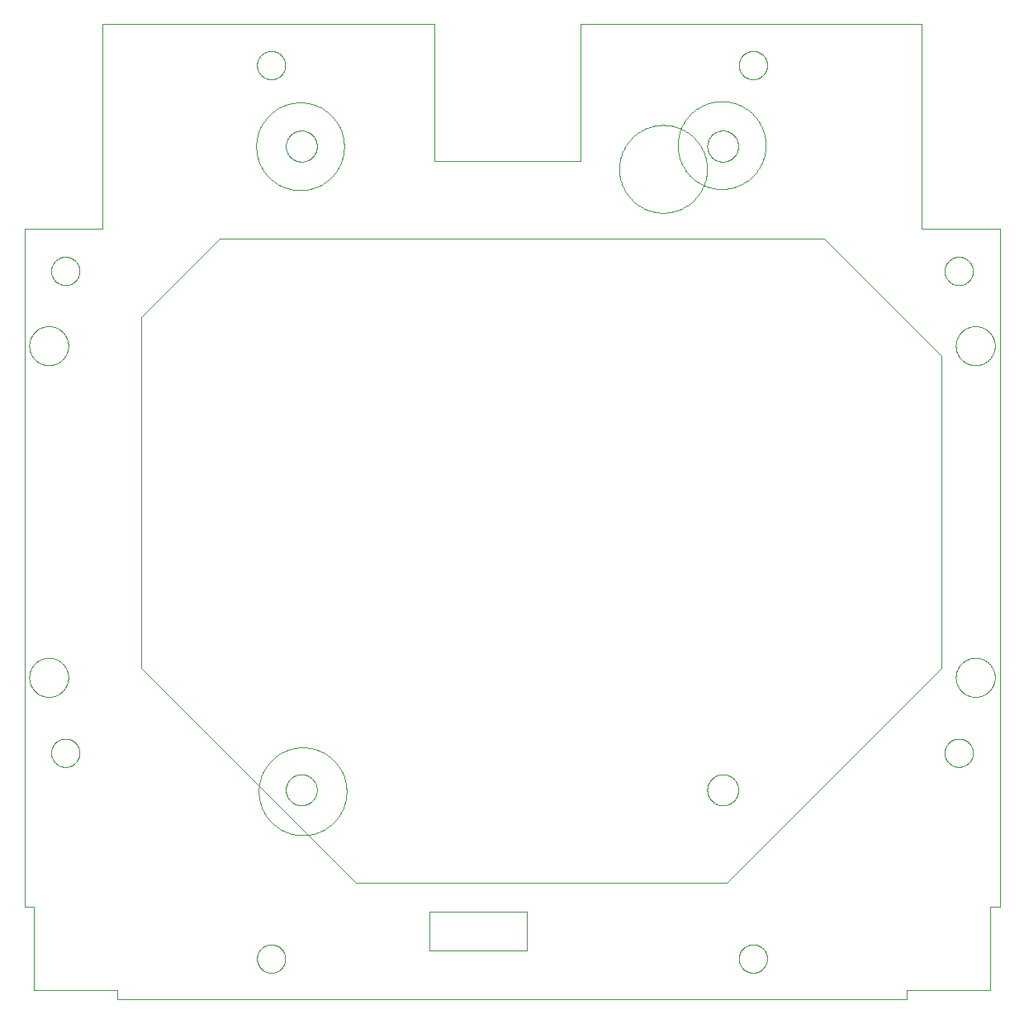
<source format=gbo>
G75*
%MOIN*%
%OFA0B0*%
%FSLAX25Y25*%
%IPPOS*%
%LPD*%
%AMOC8*
5,1,8,0,0,1.08239X$1,22.5*
%
%ADD10C,0.00000*%
D10*
X0004937Y0022313D02*
X0004937Y0055778D01*
X0001000Y0055778D01*
X0001000Y0329400D01*
X0032496Y0329400D01*
X0032496Y0412077D01*
X0166354Y0412077D01*
X0166354Y0356959D01*
X0225409Y0356959D01*
X0225409Y0412077D01*
X0363205Y0412077D01*
X0363205Y0329400D01*
X0394701Y0329400D01*
X0394701Y0055778D01*
X0390764Y0055778D01*
X0390764Y0022313D01*
X0357299Y0022313D01*
X0357299Y0018376D01*
X0038402Y0018376D01*
X0038402Y0022313D01*
X0004937Y0022313D01*
X0011826Y0117982D02*
X0011828Y0118133D01*
X0011834Y0118283D01*
X0011844Y0118434D01*
X0011858Y0118584D01*
X0011876Y0118733D01*
X0011897Y0118883D01*
X0011923Y0119031D01*
X0011953Y0119179D01*
X0011986Y0119326D01*
X0012024Y0119472D01*
X0012065Y0119617D01*
X0012110Y0119761D01*
X0012159Y0119903D01*
X0012212Y0120044D01*
X0012268Y0120184D01*
X0012328Y0120322D01*
X0012391Y0120459D01*
X0012459Y0120594D01*
X0012529Y0120727D01*
X0012603Y0120858D01*
X0012681Y0120987D01*
X0012762Y0121114D01*
X0012846Y0121239D01*
X0012934Y0121362D01*
X0013025Y0121482D01*
X0013119Y0121600D01*
X0013216Y0121715D01*
X0013316Y0121828D01*
X0013419Y0121938D01*
X0013525Y0122045D01*
X0013634Y0122150D01*
X0013745Y0122251D01*
X0013859Y0122350D01*
X0013975Y0122445D01*
X0014095Y0122538D01*
X0014216Y0122627D01*
X0014340Y0122713D01*
X0014466Y0122796D01*
X0014594Y0122875D01*
X0014724Y0122951D01*
X0014856Y0123024D01*
X0014990Y0123092D01*
X0015126Y0123158D01*
X0015264Y0123220D01*
X0015403Y0123278D01*
X0015543Y0123332D01*
X0015685Y0123383D01*
X0015828Y0123430D01*
X0015973Y0123473D01*
X0016118Y0123512D01*
X0016265Y0123548D01*
X0016412Y0123579D01*
X0016560Y0123607D01*
X0016709Y0123631D01*
X0016858Y0123651D01*
X0017008Y0123667D01*
X0017158Y0123679D01*
X0017309Y0123687D01*
X0017460Y0123691D01*
X0017610Y0123691D01*
X0017761Y0123687D01*
X0017912Y0123679D01*
X0018062Y0123667D01*
X0018212Y0123651D01*
X0018361Y0123631D01*
X0018510Y0123607D01*
X0018658Y0123579D01*
X0018805Y0123548D01*
X0018952Y0123512D01*
X0019097Y0123473D01*
X0019242Y0123430D01*
X0019385Y0123383D01*
X0019527Y0123332D01*
X0019667Y0123278D01*
X0019806Y0123220D01*
X0019944Y0123158D01*
X0020080Y0123092D01*
X0020214Y0123024D01*
X0020346Y0122951D01*
X0020476Y0122875D01*
X0020604Y0122796D01*
X0020730Y0122713D01*
X0020854Y0122627D01*
X0020975Y0122538D01*
X0021095Y0122445D01*
X0021211Y0122350D01*
X0021325Y0122251D01*
X0021436Y0122150D01*
X0021545Y0122045D01*
X0021651Y0121938D01*
X0021754Y0121828D01*
X0021854Y0121715D01*
X0021951Y0121600D01*
X0022045Y0121482D01*
X0022136Y0121362D01*
X0022224Y0121239D01*
X0022308Y0121114D01*
X0022389Y0120987D01*
X0022467Y0120858D01*
X0022541Y0120727D01*
X0022611Y0120594D01*
X0022679Y0120459D01*
X0022742Y0120322D01*
X0022802Y0120184D01*
X0022858Y0120044D01*
X0022911Y0119903D01*
X0022960Y0119761D01*
X0023005Y0119617D01*
X0023046Y0119472D01*
X0023084Y0119326D01*
X0023117Y0119179D01*
X0023147Y0119031D01*
X0023173Y0118883D01*
X0023194Y0118733D01*
X0023212Y0118584D01*
X0023226Y0118434D01*
X0023236Y0118283D01*
X0023242Y0118133D01*
X0023244Y0117982D01*
X0023242Y0117831D01*
X0023236Y0117681D01*
X0023226Y0117530D01*
X0023212Y0117380D01*
X0023194Y0117231D01*
X0023173Y0117081D01*
X0023147Y0116933D01*
X0023117Y0116785D01*
X0023084Y0116638D01*
X0023046Y0116492D01*
X0023005Y0116347D01*
X0022960Y0116203D01*
X0022911Y0116061D01*
X0022858Y0115920D01*
X0022802Y0115780D01*
X0022742Y0115642D01*
X0022679Y0115505D01*
X0022611Y0115370D01*
X0022541Y0115237D01*
X0022467Y0115106D01*
X0022389Y0114977D01*
X0022308Y0114850D01*
X0022224Y0114725D01*
X0022136Y0114602D01*
X0022045Y0114482D01*
X0021951Y0114364D01*
X0021854Y0114249D01*
X0021754Y0114136D01*
X0021651Y0114026D01*
X0021545Y0113919D01*
X0021436Y0113814D01*
X0021325Y0113713D01*
X0021211Y0113614D01*
X0021095Y0113519D01*
X0020975Y0113426D01*
X0020854Y0113337D01*
X0020730Y0113251D01*
X0020604Y0113168D01*
X0020476Y0113089D01*
X0020346Y0113013D01*
X0020214Y0112940D01*
X0020080Y0112872D01*
X0019944Y0112806D01*
X0019806Y0112744D01*
X0019667Y0112686D01*
X0019527Y0112632D01*
X0019385Y0112581D01*
X0019242Y0112534D01*
X0019097Y0112491D01*
X0018952Y0112452D01*
X0018805Y0112416D01*
X0018658Y0112385D01*
X0018510Y0112357D01*
X0018361Y0112333D01*
X0018212Y0112313D01*
X0018062Y0112297D01*
X0017912Y0112285D01*
X0017761Y0112277D01*
X0017610Y0112273D01*
X0017460Y0112273D01*
X0017309Y0112277D01*
X0017158Y0112285D01*
X0017008Y0112297D01*
X0016858Y0112313D01*
X0016709Y0112333D01*
X0016560Y0112357D01*
X0016412Y0112385D01*
X0016265Y0112416D01*
X0016118Y0112452D01*
X0015973Y0112491D01*
X0015828Y0112534D01*
X0015685Y0112581D01*
X0015543Y0112632D01*
X0015403Y0112686D01*
X0015264Y0112744D01*
X0015126Y0112806D01*
X0014990Y0112872D01*
X0014856Y0112940D01*
X0014724Y0113013D01*
X0014594Y0113089D01*
X0014466Y0113168D01*
X0014340Y0113251D01*
X0014216Y0113337D01*
X0014095Y0113426D01*
X0013975Y0113519D01*
X0013859Y0113614D01*
X0013745Y0113713D01*
X0013634Y0113814D01*
X0013525Y0113919D01*
X0013419Y0114026D01*
X0013316Y0114136D01*
X0013216Y0114249D01*
X0013119Y0114364D01*
X0013025Y0114482D01*
X0012934Y0114602D01*
X0012846Y0114725D01*
X0012762Y0114850D01*
X0012681Y0114977D01*
X0012603Y0115106D01*
X0012529Y0115237D01*
X0012459Y0115370D01*
X0012391Y0115505D01*
X0012328Y0115642D01*
X0012268Y0115780D01*
X0012212Y0115920D01*
X0012159Y0116061D01*
X0012110Y0116203D01*
X0012065Y0116347D01*
X0012024Y0116492D01*
X0011986Y0116638D01*
X0011953Y0116785D01*
X0011923Y0116933D01*
X0011897Y0117081D01*
X0011876Y0117231D01*
X0011858Y0117380D01*
X0011844Y0117530D01*
X0011834Y0117681D01*
X0011828Y0117831D01*
X0011826Y0117982D01*
X0002961Y0148443D02*
X0002963Y0148636D01*
X0002970Y0148829D01*
X0002982Y0149022D01*
X0002999Y0149215D01*
X0003020Y0149407D01*
X0003046Y0149598D01*
X0003077Y0149789D01*
X0003112Y0149979D01*
X0003152Y0150168D01*
X0003197Y0150356D01*
X0003246Y0150543D01*
X0003300Y0150729D01*
X0003358Y0150913D01*
X0003421Y0151096D01*
X0003489Y0151277D01*
X0003560Y0151456D01*
X0003637Y0151634D01*
X0003717Y0151810D01*
X0003802Y0151983D01*
X0003891Y0152155D01*
X0003984Y0152324D01*
X0004081Y0152491D01*
X0004183Y0152656D01*
X0004288Y0152818D01*
X0004397Y0152977D01*
X0004511Y0153134D01*
X0004628Y0153287D01*
X0004748Y0153438D01*
X0004873Y0153586D01*
X0005001Y0153731D01*
X0005132Y0153872D01*
X0005267Y0154011D01*
X0005406Y0154146D01*
X0005547Y0154277D01*
X0005692Y0154405D01*
X0005840Y0154530D01*
X0005991Y0154650D01*
X0006144Y0154767D01*
X0006301Y0154881D01*
X0006460Y0154990D01*
X0006622Y0155095D01*
X0006787Y0155197D01*
X0006954Y0155294D01*
X0007123Y0155387D01*
X0007295Y0155476D01*
X0007468Y0155561D01*
X0007644Y0155641D01*
X0007822Y0155718D01*
X0008001Y0155789D01*
X0008182Y0155857D01*
X0008365Y0155920D01*
X0008549Y0155978D01*
X0008735Y0156032D01*
X0008922Y0156081D01*
X0009110Y0156126D01*
X0009299Y0156166D01*
X0009489Y0156201D01*
X0009680Y0156232D01*
X0009871Y0156258D01*
X0010063Y0156279D01*
X0010256Y0156296D01*
X0010449Y0156308D01*
X0010642Y0156315D01*
X0010835Y0156317D01*
X0011028Y0156315D01*
X0011221Y0156308D01*
X0011414Y0156296D01*
X0011607Y0156279D01*
X0011799Y0156258D01*
X0011990Y0156232D01*
X0012181Y0156201D01*
X0012371Y0156166D01*
X0012560Y0156126D01*
X0012748Y0156081D01*
X0012935Y0156032D01*
X0013121Y0155978D01*
X0013305Y0155920D01*
X0013488Y0155857D01*
X0013669Y0155789D01*
X0013848Y0155718D01*
X0014026Y0155641D01*
X0014202Y0155561D01*
X0014375Y0155476D01*
X0014547Y0155387D01*
X0014716Y0155294D01*
X0014883Y0155197D01*
X0015048Y0155095D01*
X0015210Y0154990D01*
X0015369Y0154881D01*
X0015526Y0154767D01*
X0015679Y0154650D01*
X0015830Y0154530D01*
X0015978Y0154405D01*
X0016123Y0154277D01*
X0016264Y0154146D01*
X0016403Y0154011D01*
X0016538Y0153872D01*
X0016669Y0153731D01*
X0016797Y0153586D01*
X0016922Y0153438D01*
X0017042Y0153287D01*
X0017159Y0153134D01*
X0017273Y0152977D01*
X0017382Y0152818D01*
X0017487Y0152656D01*
X0017589Y0152491D01*
X0017686Y0152324D01*
X0017779Y0152155D01*
X0017868Y0151983D01*
X0017953Y0151810D01*
X0018033Y0151634D01*
X0018110Y0151456D01*
X0018181Y0151277D01*
X0018249Y0151096D01*
X0018312Y0150913D01*
X0018370Y0150729D01*
X0018424Y0150543D01*
X0018473Y0150356D01*
X0018518Y0150168D01*
X0018558Y0149979D01*
X0018593Y0149789D01*
X0018624Y0149598D01*
X0018650Y0149407D01*
X0018671Y0149215D01*
X0018688Y0149022D01*
X0018700Y0148829D01*
X0018707Y0148636D01*
X0018709Y0148443D01*
X0018707Y0148250D01*
X0018700Y0148057D01*
X0018688Y0147864D01*
X0018671Y0147671D01*
X0018650Y0147479D01*
X0018624Y0147288D01*
X0018593Y0147097D01*
X0018558Y0146907D01*
X0018518Y0146718D01*
X0018473Y0146530D01*
X0018424Y0146343D01*
X0018370Y0146157D01*
X0018312Y0145973D01*
X0018249Y0145790D01*
X0018181Y0145609D01*
X0018110Y0145430D01*
X0018033Y0145252D01*
X0017953Y0145076D01*
X0017868Y0144903D01*
X0017779Y0144731D01*
X0017686Y0144562D01*
X0017589Y0144395D01*
X0017487Y0144230D01*
X0017382Y0144068D01*
X0017273Y0143909D01*
X0017159Y0143752D01*
X0017042Y0143599D01*
X0016922Y0143448D01*
X0016797Y0143300D01*
X0016669Y0143155D01*
X0016538Y0143014D01*
X0016403Y0142875D01*
X0016264Y0142740D01*
X0016123Y0142609D01*
X0015978Y0142481D01*
X0015830Y0142356D01*
X0015679Y0142236D01*
X0015526Y0142119D01*
X0015369Y0142005D01*
X0015210Y0141896D01*
X0015048Y0141791D01*
X0014883Y0141689D01*
X0014716Y0141592D01*
X0014547Y0141499D01*
X0014375Y0141410D01*
X0014202Y0141325D01*
X0014026Y0141245D01*
X0013848Y0141168D01*
X0013669Y0141097D01*
X0013488Y0141029D01*
X0013305Y0140966D01*
X0013121Y0140908D01*
X0012935Y0140854D01*
X0012748Y0140805D01*
X0012560Y0140760D01*
X0012371Y0140720D01*
X0012181Y0140685D01*
X0011990Y0140654D01*
X0011799Y0140628D01*
X0011607Y0140607D01*
X0011414Y0140590D01*
X0011221Y0140578D01*
X0011028Y0140571D01*
X0010835Y0140569D01*
X0010642Y0140571D01*
X0010449Y0140578D01*
X0010256Y0140590D01*
X0010063Y0140607D01*
X0009871Y0140628D01*
X0009680Y0140654D01*
X0009489Y0140685D01*
X0009299Y0140720D01*
X0009110Y0140760D01*
X0008922Y0140805D01*
X0008735Y0140854D01*
X0008549Y0140908D01*
X0008365Y0140966D01*
X0008182Y0141029D01*
X0008001Y0141097D01*
X0007822Y0141168D01*
X0007644Y0141245D01*
X0007468Y0141325D01*
X0007295Y0141410D01*
X0007123Y0141499D01*
X0006954Y0141592D01*
X0006787Y0141689D01*
X0006622Y0141791D01*
X0006460Y0141896D01*
X0006301Y0142005D01*
X0006144Y0142119D01*
X0005991Y0142236D01*
X0005840Y0142356D01*
X0005692Y0142481D01*
X0005547Y0142609D01*
X0005406Y0142740D01*
X0005267Y0142875D01*
X0005132Y0143014D01*
X0005001Y0143155D01*
X0004873Y0143300D01*
X0004748Y0143448D01*
X0004628Y0143599D01*
X0004511Y0143752D01*
X0004397Y0143909D01*
X0004288Y0144068D01*
X0004183Y0144230D01*
X0004081Y0144395D01*
X0003984Y0144562D01*
X0003891Y0144731D01*
X0003802Y0144903D01*
X0003717Y0145076D01*
X0003637Y0145252D01*
X0003560Y0145430D01*
X0003489Y0145609D01*
X0003421Y0145790D01*
X0003358Y0145973D01*
X0003300Y0146157D01*
X0003246Y0146343D01*
X0003197Y0146530D01*
X0003152Y0146718D01*
X0003112Y0146907D01*
X0003077Y0147097D01*
X0003046Y0147288D01*
X0003020Y0147479D01*
X0002999Y0147671D01*
X0002982Y0147864D01*
X0002970Y0148057D01*
X0002963Y0148250D01*
X0002961Y0148443D01*
X0048244Y0152234D02*
X0048244Y0293967D01*
X0079740Y0325463D01*
X0323835Y0325463D01*
X0371079Y0278219D01*
X0371079Y0152234D01*
X0284465Y0065620D01*
X0134858Y0065620D01*
X0048244Y0152234D01*
X0106551Y0103022D02*
X0106553Y0103180D01*
X0106559Y0103338D01*
X0106569Y0103495D01*
X0106583Y0103653D01*
X0106601Y0103810D01*
X0106623Y0103966D01*
X0106648Y0104122D01*
X0106678Y0104277D01*
X0106712Y0104431D01*
X0106749Y0104585D01*
X0106791Y0104737D01*
X0106836Y0104889D01*
X0106885Y0105039D01*
X0106938Y0105188D01*
X0106994Y0105335D01*
X0107054Y0105481D01*
X0107118Y0105626D01*
X0107186Y0105769D01*
X0107257Y0105910D01*
X0107331Y0106049D01*
X0107410Y0106186D01*
X0107491Y0106321D01*
X0107576Y0106455D01*
X0107664Y0106586D01*
X0107756Y0106714D01*
X0107851Y0106841D01*
X0107949Y0106965D01*
X0108050Y0107086D01*
X0108154Y0107205D01*
X0108261Y0107321D01*
X0108371Y0107435D01*
X0108483Y0107545D01*
X0108599Y0107653D01*
X0108717Y0107758D01*
X0108838Y0107859D01*
X0108961Y0107958D01*
X0109087Y0108054D01*
X0109215Y0108146D01*
X0109345Y0108235D01*
X0109478Y0108321D01*
X0109613Y0108403D01*
X0109750Y0108482D01*
X0109888Y0108558D01*
X0110029Y0108630D01*
X0110171Y0108698D01*
X0110315Y0108763D01*
X0110461Y0108824D01*
X0110608Y0108882D01*
X0110757Y0108935D01*
X0110907Y0108985D01*
X0111058Y0109031D01*
X0111210Y0109074D01*
X0111363Y0109112D01*
X0111517Y0109147D01*
X0111672Y0109178D01*
X0111828Y0109204D01*
X0111984Y0109227D01*
X0112141Y0109246D01*
X0112298Y0109261D01*
X0112456Y0109272D01*
X0112614Y0109279D01*
X0112772Y0109282D01*
X0112929Y0109281D01*
X0113087Y0109276D01*
X0113245Y0109267D01*
X0113402Y0109254D01*
X0113560Y0109237D01*
X0113716Y0109216D01*
X0113872Y0109191D01*
X0114027Y0109163D01*
X0114182Y0109130D01*
X0114336Y0109093D01*
X0114488Y0109053D01*
X0114640Y0109009D01*
X0114790Y0108961D01*
X0114940Y0108909D01*
X0115088Y0108853D01*
X0115234Y0108794D01*
X0115379Y0108731D01*
X0115522Y0108665D01*
X0115664Y0108594D01*
X0115803Y0108521D01*
X0115941Y0108443D01*
X0116077Y0108363D01*
X0116210Y0108279D01*
X0116342Y0108191D01*
X0116471Y0108100D01*
X0116598Y0108006D01*
X0116723Y0107909D01*
X0116845Y0107809D01*
X0116964Y0107706D01*
X0117081Y0107599D01*
X0117195Y0107490D01*
X0117307Y0107378D01*
X0117415Y0107263D01*
X0117521Y0107146D01*
X0117623Y0107026D01*
X0117723Y0106903D01*
X0117819Y0106778D01*
X0117912Y0106650D01*
X0118002Y0106520D01*
X0118089Y0106388D01*
X0118172Y0106254D01*
X0118252Y0106118D01*
X0118328Y0105979D01*
X0118401Y0105839D01*
X0118471Y0105697D01*
X0118536Y0105554D01*
X0118598Y0105408D01*
X0118657Y0105262D01*
X0118711Y0105113D01*
X0118762Y0104964D01*
X0118809Y0104813D01*
X0118853Y0104661D01*
X0118892Y0104508D01*
X0118928Y0104354D01*
X0118959Y0104200D01*
X0118987Y0104044D01*
X0119011Y0103888D01*
X0119031Y0103731D01*
X0119047Y0103574D01*
X0119059Y0103417D01*
X0119067Y0103259D01*
X0119071Y0103101D01*
X0119071Y0102943D01*
X0119067Y0102785D01*
X0119059Y0102627D01*
X0119047Y0102470D01*
X0119031Y0102313D01*
X0119011Y0102156D01*
X0118987Y0102000D01*
X0118959Y0101844D01*
X0118928Y0101690D01*
X0118892Y0101536D01*
X0118853Y0101383D01*
X0118809Y0101231D01*
X0118762Y0101080D01*
X0118711Y0100931D01*
X0118657Y0100782D01*
X0118598Y0100636D01*
X0118536Y0100490D01*
X0118471Y0100347D01*
X0118401Y0100205D01*
X0118328Y0100065D01*
X0118252Y0099926D01*
X0118172Y0099790D01*
X0118089Y0099656D01*
X0118002Y0099524D01*
X0117912Y0099394D01*
X0117819Y0099266D01*
X0117723Y0099141D01*
X0117623Y0099018D01*
X0117521Y0098898D01*
X0117415Y0098781D01*
X0117307Y0098666D01*
X0117195Y0098554D01*
X0117081Y0098445D01*
X0116964Y0098338D01*
X0116845Y0098235D01*
X0116723Y0098135D01*
X0116598Y0098038D01*
X0116471Y0097944D01*
X0116342Y0097853D01*
X0116210Y0097765D01*
X0116077Y0097681D01*
X0115941Y0097601D01*
X0115803Y0097523D01*
X0115664Y0097450D01*
X0115522Y0097379D01*
X0115379Y0097313D01*
X0115234Y0097250D01*
X0115088Y0097191D01*
X0114940Y0097135D01*
X0114790Y0097083D01*
X0114640Y0097035D01*
X0114488Y0096991D01*
X0114336Y0096951D01*
X0114182Y0096914D01*
X0114027Y0096881D01*
X0113872Y0096853D01*
X0113716Y0096828D01*
X0113560Y0096807D01*
X0113402Y0096790D01*
X0113245Y0096777D01*
X0113087Y0096768D01*
X0112929Y0096763D01*
X0112772Y0096762D01*
X0112614Y0096765D01*
X0112456Y0096772D01*
X0112298Y0096783D01*
X0112141Y0096798D01*
X0111984Y0096817D01*
X0111828Y0096840D01*
X0111672Y0096866D01*
X0111517Y0096897D01*
X0111363Y0096932D01*
X0111210Y0096970D01*
X0111058Y0097013D01*
X0110907Y0097059D01*
X0110757Y0097109D01*
X0110608Y0097162D01*
X0110461Y0097220D01*
X0110315Y0097281D01*
X0110171Y0097346D01*
X0110029Y0097414D01*
X0109888Y0097486D01*
X0109750Y0097562D01*
X0109613Y0097641D01*
X0109478Y0097723D01*
X0109345Y0097809D01*
X0109215Y0097898D01*
X0109087Y0097990D01*
X0108961Y0098086D01*
X0108838Y0098185D01*
X0108717Y0098286D01*
X0108599Y0098391D01*
X0108483Y0098499D01*
X0108371Y0098609D01*
X0108261Y0098723D01*
X0108154Y0098839D01*
X0108050Y0098958D01*
X0107949Y0099079D01*
X0107851Y0099203D01*
X0107756Y0099330D01*
X0107664Y0099458D01*
X0107576Y0099589D01*
X0107491Y0099723D01*
X0107410Y0099858D01*
X0107331Y0099995D01*
X0107257Y0100134D01*
X0107186Y0100275D01*
X0107118Y0100418D01*
X0107054Y0100563D01*
X0106994Y0100709D01*
X0106938Y0100856D01*
X0106885Y0101005D01*
X0106836Y0101155D01*
X0106791Y0101307D01*
X0106749Y0101459D01*
X0106712Y0101613D01*
X0106678Y0101767D01*
X0106648Y0101922D01*
X0106623Y0102078D01*
X0106601Y0102234D01*
X0106583Y0102391D01*
X0106569Y0102549D01*
X0106559Y0102706D01*
X0106553Y0102864D01*
X0106551Y0103022D01*
X0095602Y0102435D02*
X0095607Y0102870D01*
X0095623Y0103304D01*
X0095650Y0103738D01*
X0095687Y0104172D01*
X0095735Y0104604D01*
X0095794Y0105035D01*
X0095863Y0105464D01*
X0095942Y0105891D01*
X0096032Y0106317D01*
X0096133Y0106740D01*
X0096244Y0107160D01*
X0096365Y0107578D01*
X0096496Y0107992D01*
X0096638Y0108404D01*
X0096789Y0108811D01*
X0096951Y0109215D01*
X0097122Y0109615D01*
X0097303Y0110010D01*
X0097494Y0110401D01*
X0097694Y0110787D01*
X0097904Y0111168D01*
X0098123Y0111543D01*
X0098351Y0111914D01*
X0098588Y0112278D01*
X0098834Y0112637D01*
X0099089Y0112989D01*
X0099352Y0113335D01*
X0099624Y0113675D01*
X0099904Y0114007D01*
X0100192Y0114333D01*
X0100488Y0114652D01*
X0100791Y0114963D01*
X0101102Y0115266D01*
X0101421Y0115562D01*
X0101747Y0115850D01*
X0102079Y0116130D01*
X0102419Y0116402D01*
X0102765Y0116665D01*
X0103117Y0116920D01*
X0103476Y0117166D01*
X0103840Y0117403D01*
X0104211Y0117631D01*
X0104586Y0117850D01*
X0104967Y0118060D01*
X0105353Y0118260D01*
X0105744Y0118451D01*
X0106139Y0118632D01*
X0106539Y0118803D01*
X0106943Y0118965D01*
X0107350Y0119116D01*
X0107762Y0119258D01*
X0108176Y0119389D01*
X0108594Y0119510D01*
X0109014Y0119621D01*
X0109437Y0119722D01*
X0109863Y0119812D01*
X0110290Y0119891D01*
X0110719Y0119960D01*
X0111150Y0120019D01*
X0111582Y0120067D01*
X0112016Y0120104D01*
X0112450Y0120131D01*
X0112884Y0120147D01*
X0113319Y0120152D01*
X0113754Y0120147D01*
X0114188Y0120131D01*
X0114622Y0120104D01*
X0115056Y0120067D01*
X0115488Y0120019D01*
X0115919Y0119960D01*
X0116348Y0119891D01*
X0116775Y0119812D01*
X0117201Y0119722D01*
X0117624Y0119621D01*
X0118044Y0119510D01*
X0118462Y0119389D01*
X0118876Y0119258D01*
X0119288Y0119116D01*
X0119695Y0118965D01*
X0120099Y0118803D01*
X0120499Y0118632D01*
X0120894Y0118451D01*
X0121285Y0118260D01*
X0121671Y0118060D01*
X0122052Y0117850D01*
X0122427Y0117631D01*
X0122798Y0117403D01*
X0123162Y0117166D01*
X0123521Y0116920D01*
X0123873Y0116665D01*
X0124219Y0116402D01*
X0124559Y0116130D01*
X0124891Y0115850D01*
X0125217Y0115562D01*
X0125536Y0115266D01*
X0125847Y0114963D01*
X0126150Y0114652D01*
X0126446Y0114333D01*
X0126734Y0114007D01*
X0127014Y0113675D01*
X0127286Y0113335D01*
X0127549Y0112989D01*
X0127804Y0112637D01*
X0128050Y0112278D01*
X0128287Y0111914D01*
X0128515Y0111543D01*
X0128734Y0111168D01*
X0128944Y0110787D01*
X0129144Y0110401D01*
X0129335Y0110010D01*
X0129516Y0109615D01*
X0129687Y0109215D01*
X0129849Y0108811D01*
X0130000Y0108404D01*
X0130142Y0107992D01*
X0130273Y0107578D01*
X0130394Y0107160D01*
X0130505Y0106740D01*
X0130606Y0106317D01*
X0130696Y0105891D01*
X0130775Y0105464D01*
X0130844Y0105035D01*
X0130903Y0104604D01*
X0130951Y0104172D01*
X0130988Y0103738D01*
X0131015Y0103304D01*
X0131031Y0102870D01*
X0131036Y0102435D01*
X0131031Y0102000D01*
X0131015Y0101566D01*
X0130988Y0101132D01*
X0130951Y0100698D01*
X0130903Y0100266D01*
X0130844Y0099835D01*
X0130775Y0099406D01*
X0130696Y0098979D01*
X0130606Y0098553D01*
X0130505Y0098130D01*
X0130394Y0097710D01*
X0130273Y0097292D01*
X0130142Y0096878D01*
X0130000Y0096466D01*
X0129849Y0096059D01*
X0129687Y0095655D01*
X0129516Y0095255D01*
X0129335Y0094860D01*
X0129144Y0094469D01*
X0128944Y0094083D01*
X0128734Y0093702D01*
X0128515Y0093327D01*
X0128287Y0092956D01*
X0128050Y0092592D01*
X0127804Y0092233D01*
X0127549Y0091881D01*
X0127286Y0091535D01*
X0127014Y0091195D01*
X0126734Y0090863D01*
X0126446Y0090537D01*
X0126150Y0090218D01*
X0125847Y0089907D01*
X0125536Y0089604D01*
X0125217Y0089308D01*
X0124891Y0089020D01*
X0124559Y0088740D01*
X0124219Y0088468D01*
X0123873Y0088205D01*
X0123521Y0087950D01*
X0123162Y0087704D01*
X0122798Y0087467D01*
X0122427Y0087239D01*
X0122052Y0087020D01*
X0121671Y0086810D01*
X0121285Y0086610D01*
X0120894Y0086419D01*
X0120499Y0086238D01*
X0120099Y0086067D01*
X0119695Y0085905D01*
X0119288Y0085754D01*
X0118876Y0085612D01*
X0118462Y0085481D01*
X0118044Y0085360D01*
X0117624Y0085249D01*
X0117201Y0085148D01*
X0116775Y0085058D01*
X0116348Y0084979D01*
X0115919Y0084910D01*
X0115488Y0084851D01*
X0115056Y0084803D01*
X0114622Y0084766D01*
X0114188Y0084739D01*
X0113754Y0084723D01*
X0113319Y0084718D01*
X0112884Y0084723D01*
X0112450Y0084739D01*
X0112016Y0084766D01*
X0111582Y0084803D01*
X0111150Y0084851D01*
X0110719Y0084910D01*
X0110290Y0084979D01*
X0109863Y0085058D01*
X0109437Y0085148D01*
X0109014Y0085249D01*
X0108594Y0085360D01*
X0108176Y0085481D01*
X0107762Y0085612D01*
X0107350Y0085754D01*
X0106943Y0085905D01*
X0106539Y0086067D01*
X0106139Y0086238D01*
X0105744Y0086419D01*
X0105353Y0086610D01*
X0104967Y0086810D01*
X0104586Y0087020D01*
X0104211Y0087239D01*
X0103840Y0087467D01*
X0103476Y0087704D01*
X0103117Y0087950D01*
X0102765Y0088205D01*
X0102419Y0088468D01*
X0102079Y0088740D01*
X0101747Y0089020D01*
X0101421Y0089308D01*
X0101102Y0089604D01*
X0100791Y0089907D01*
X0100488Y0090218D01*
X0100192Y0090537D01*
X0099904Y0090863D01*
X0099624Y0091195D01*
X0099352Y0091535D01*
X0099089Y0091881D01*
X0098834Y0092233D01*
X0098588Y0092592D01*
X0098351Y0092956D01*
X0098123Y0093327D01*
X0097904Y0093702D01*
X0097694Y0094083D01*
X0097494Y0094469D01*
X0097303Y0094860D01*
X0097122Y0095255D01*
X0096951Y0095655D01*
X0096789Y0096059D01*
X0096638Y0096466D01*
X0096496Y0096878D01*
X0096365Y0097292D01*
X0096244Y0097710D01*
X0096133Y0098130D01*
X0096032Y0098553D01*
X0095942Y0098979D01*
X0095863Y0099406D01*
X0095794Y0099835D01*
X0095735Y0100266D01*
X0095687Y0100698D01*
X0095650Y0101132D01*
X0095623Y0101566D01*
X0095607Y0102000D01*
X0095602Y0102435D01*
X0094897Y0034911D02*
X0094899Y0035062D01*
X0094905Y0035212D01*
X0094915Y0035363D01*
X0094929Y0035513D01*
X0094947Y0035662D01*
X0094968Y0035812D01*
X0094994Y0035960D01*
X0095024Y0036108D01*
X0095057Y0036255D01*
X0095095Y0036401D01*
X0095136Y0036546D01*
X0095181Y0036690D01*
X0095230Y0036832D01*
X0095283Y0036973D01*
X0095339Y0037113D01*
X0095399Y0037251D01*
X0095462Y0037388D01*
X0095530Y0037523D01*
X0095600Y0037656D01*
X0095674Y0037787D01*
X0095752Y0037916D01*
X0095833Y0038043D01*
X0095917Y0038168D01*
X0096005Y0038291D01*
X0096096Y0038411D01*
X0096190Y0038529D01*
X0096287Y0038644D01*
X0096387Y0038757D01*
X0096490Y0038867D01*
X0096596Y0038974D01*
X0096705Y0039079D01*
X0096816Y0039180D01*
X0096930Y0039279D01*
X0097046Y0039374D01*
X0097166Y0039467D01*
X0097287Y0039556D01*
X0097411Y0039642D01*
X0097537Y0039725D01*
X0097665Y0039804D01*
X0097795Y0039880D01*
X0097927Y0039953D01*
X0098061Y0040021D01*
X0098197Y0040087D01*
X0098335Y0040149D01*
X0098474Y0040207D01*
X0098614Y0040261D01*
X0098756Y0040312D01*
X0098899Y0040359D01*
X0099044Y0040402D01*
X0099189Y0040441D01*
X0099336Y0040477D01*
X0099483Y0040508D01*
X0099631Y0040536D01*
X0099780Y0040560D01*
X0099929Y0040580D01*
X0100079Y0040596D01*
X0100229Y0040608D01*
X0100380Y0040616D01*
X0100531Y0040620D01*
X0100681Y0040620D01*
X0100832Y0040616D01*
X0100983Y0040608D01*
X0101133Y0040596D01*
X0101283Y0040580D01*
X0101432Y0040560D01*
X0101581Y0040536D01*
X0101729Y0040508D01*
X0101876Y0040477D01*
X0102023Y0040441D01*
X0102168Y0040402D01*
X0102313Y0040359D01*
X0102456Y0040312D01*
X0102598Y0040261D01*
X0102738Y0040207D01*
X0102877Y0040149D01*
X0103015Y0040087D01*
X0103151Y0040021D01*
X0103285Y0039953D01*
X0103417Y0039880D01*
X0103547Y0039804D01*
X0103675Y0039725D01*
X0103801Y0039642D01*
X0103925Y0039556D01*
X0104046Y0039467D01*
X0104166Y0039374D01*
X0104282Y0039279D01*
X0104396Y0039180D01*
X0104507Y0039079D01*
X0104616Y0038974D01*
X0104722Y0038867D01*
X0104825Y0038757D01*
X0104925Y0038644D01*
X0105022Y0038529D01*
X0105116Y0038411D01*
X0105207Y0038291D01*
X0105295Y0038168D01*
X0105379Y0038043D01*
X0105460Y0037916D01*
X0105538Y0037787D01*
X0105612Y0037656D01*
X0105682Y0037523D01*
X0105750Y0037388D01*
X0105813Y0037251D01*
X0105873Y0037113D01*
X0105929Y0036973D01*
X0105982Y0036832D01*
X0106031Y0036690D01*
X0106076Y0036546D01*
X0106117Y0036401D01*
X0106155Y0036255D01*
X0106188Y0036108D01*
X0106218Y0035960D01*
X0106244Y0035812D01*
X0106265Y0035662D01*
X0106283Y0035513D01*
X0106297Y0035363D01*
X0106307Y0035212D01*
X0106313Y0035062D01*
X0106315Y0034911D01*
X0106313Y0034760D01*
X0106307Y0034610D01*
X0106297Y0034459D01*
X0106283Y0034309D01*
X0106265Y0034160D01*
X0106244Y0034010D01*
X0106218Y0033862D01*
X0106188Y0033714D01*
X0106155Y0033567D01*
X0106117Y0033421D01*
X0106076Y0033276D01*
X0106031Y0033132D01*
X0105982Y0032990D01*
X0105929Y0032849D01*
X0105873Y0032709D01*
X0105813Y0032571D01*
X0105750Y0032434D01*
X0105682Y0032299D01*
X0105612Y0032166D01*
X0105538Y0032035D01*
X0105460Y0031906D01*
X0105379Y0031779D01*
X0105295Y0031654D01*
X0105207Y0031531D01*
X0105116Y0031411D01*
X0105022Y0031293D01*
X0104925Y0031178D01*
X0104825Y0031065D01*
X0104722Y0030955D01*
X0104616Y0030848D01*
X0104507Y0030743D01*
X0104396Y0030642D01*
X0104282Y0030543D01*
X0104166Y0030448D01*
X0104046Y0030355D01*
X0103925Y0030266D01*
X0103801Y0030180D01*
X0103675Y0030097D01*
X0103547Y0030018D01*
X0103417Y0029942D01*
X0103285Y0029869D01*
X0103151Y0029801D01*
X0103015Y0029735D01*
X0102877Y0029673D01*
X0102738Y0029615D01*
X0102598Y0029561D01*
X0102456Y0029510D01*
X0102313Y0029463D01*
X0102168Y0029420D01*
X0102023Y0029381D01*
X0101876Y0029345D01*
X0101729Y0029314D01*
X0101581Y0029286D01*
X0101432Y0029262D01*
X0101283Y0029242D01*
X0101133Y0029226D01*
X0100983Y0029214D01*
X0100832Y0029206D01*
X0100681Y0029202D01*
X0100531Y0029202D01*
X0100380Y0029206D01*
X0100229Y0029214D01*
X0100079Y0029226D01*
X0099929Y0029242D01*
X0099780Y0029262D01*
X0099631Y0029286D01*
X0099483Y0029314D01*
X0099336Y0029345D01*
X0099189Y0029381D01*
X0099044Y0029420D01*
X0098899Y0029463D01*
X0098756Y0029510D01*
X0098614Y0029561D01*
X0098474Y0029615D01*
X0098335Y0029673D01*
X0098197Y0029735D01*
X0098061Y0029801D01*
X0097927Y0029869D01*
X0097795Y0029942D01*
X0097665Y0030018D01*
X0097537Y0030097D01*
X0097411Y0030180D01*
X0097287Y0030266D01*
X0097166Y0030355D01*
X0097046Y0030448D01*
X0096930Y0030543D01*
X0096816Y0030642D01*
X0096705Y0030743D01*
X0096596Y0030848D01*
X0096490Y0030955D01*
X0096387Y0031065D01*
X0096287Y0031178D01*
X0096190Y0031293D01*
X0096096Y0031411D01*
X0096005Y0031531D01*
X0095917Y0031654D01*
X0095833Y0031779D01*
X0095752Y0031906D01*
X0095674Y0032035D01*
X0095600Y0032166D01*
X0095530Y0032299D01*
X0095462Y0032434D01*
X0095399Y0032571D01*
X0095339Y0032709D01*
X0095283Y0032849D01*
X0095230Y0032990D01*
X0095181Y0033132D01*
X0095136Y0033276D01*
X0095095Y0033421D01*
X0095057Y0033567D01*
X0095024Y0033714D01*
X0094994Y0033862D01*
X0094968Y0034010D01*
X0094947Y0034160D01*
X0094929Y0034309D01*
X0094915Y0034459D01*
X0094905Y0034610D01*
X0094899Y0034760D01*
X0094897Y0034911D01*
X0164378Y0038207D02*
X0203748Y0038207D01*
X0203748Y0053955D01*
X0164378Y0053955D01*
X0164378Y0038207D01*
X0276630Y0103022D02*
X0276632Y0103180D01*
X0276638Y0103338D01*
X0276648Y0103495D01*
X0276662Y0103653D01*
X0276680Y0103810D01*
X0276702Y0103966D01*
X0276727Y0104122D01*
X0276757Y0104277D01*
X0276791Y0104431D01*
X0276828Y0104585D01*
X0276870Y0104737D01*
X0276915Y0104889D01*
X0276964Y0105039D01*
X0277017Y0105188D01*
X0277073Y0105335D01*
X0277133Y0105481D01*
X0277197Y0105626D01*
X0277265Y0105769D01*
X0277336Y0105910D01*
X0277410Y0106049D01*
X0277489Y0106186D01*
X0277570Y0106321D01*
X0277655Y0106455D01*
X0277743Y0106586D01*
X0277835Y0106714D01*
X0277930Y0106841D01*
X0278028Y0106965D01*
X0278129Y0107086D01*
X0278233Y0107205D01*
X0278340Y0107321D01*
X0278450Y0107435D01*
X0278562Y0107545D01*
X0278678Y0107653D01*
X0278796Y0107758D01*
X0278917Y0107859D01*
X0279040Y0107958D01*
X0279166Y0108054D01*
X0279294Y0108146D01*
X0279424Y0108235D01*
X0279557Y0108321D01*
X0279692Y0108403D01*
X0279829Y0108482D01*
X0279967Y0108558D01*
X0280108Y0108630D01*
X0280250Y0108698D01*
X0280394Y0108763D01*
X0280540Y0108824D01*
X0280687Y0108882D01*
X0280836Y0108935D01*
X0280986Y0108985D01*
X0281137Y0109031D01*
X0281289Y0109074D01*
X0281442Y0109112D01*
X0281596Y0109147D01*
X0281751Y0109178D01*
X0281907Y0109204D01*
X0282063Y0109227D01*
X0282220Y0109246D01*
X0282377Y0109261D01*
X0282535Y0109272D01*
X0282693Y0109279D01*
X0282851Y0109282D01*
X0283008Y0109281D01*
X0283166Y0109276D01*
X0283324Y0109267D01*
X0283481Y0109254D01*
X0283639Y0109237D01*
X0283795Y0109216D01*
X0283951Y0109191D01*
X0284106Y0109163D01*
X0284261Y0109130D01*
X0284415Y0109093D01*
X0284567Y0109053D01*
X0284719Y0109009D01*
X0284869Y0108961D01*
X0285019Y0108909D01*
X0285167Y0108853D01*
X0285313Y0108794D01*
X0285458Y0108731D01*
X0285601Y0108665D01*
X0285743Y0108594D01*
X0285882Y0108521D01*
X0286020Y0108443D01*
X0286156Y0108363D01*
X0286289Y0108279D01*
X0286421Y0108191D01*
X0286550Y0108100D01*
X0286677Y0108006D01*
X0286802Y0107909D01*
X0286924Y0107809D01*
X0287043Y0107706D01*
X0287160Y0107599D01*
X0287274Y0107490D01*
X0287386Y0107378D01*
X0287494Y0107263D01*
X0287600Y0107146D01*
X0287702Y0107026D01*
X0287802Y0106903D01*
X0287898Y0106778D01*
X0287991Y0106650D01*
X0288081Y0106520D01*
X0288168Y0106388D01*
X0288251Y0106254D01*
X0288331Y0106118D01*
X0288407Y0105979D01*
X0288480Y0105839D01*
X0288550Y0105697D01*
X0288615Y0105554D01*
X0288677Y0105408D01*
X0288736Y0105262D01*
X0288790Y0105113D01*
X0288841Y0104964D01*
X0288888Y0104813D01*
X0288932Y0104661D01*
X0288971Y0104508D01*
X0289007Y0104354D01*
X0289038Y0104200D01*
X0289066Y0104044D01*
X0289090Y0103888D01*
X0289110Y0103731D01*
X0289126Y0103574D01*
X0289138Y0103417D01*
X0289146Y0103259D01*
X0289150Y0103101D01*
X0289150Y0102943D01*
X0289146Y0102785D01*
X0289138Y0102627D01*
X0289126Y0102470D01*
X0289110Y0102313D01*
X0289090Y0102156D01*
X0289066Y0102000D01*
X0289038Y0101844D01*
X0289007Y0101690D01*
X0288971Y0101536D01*
X0288932Y0101383D01*
X0288888Y0101231D01*
X0288841Y0101080D01*
X0288790Y0100931D01*
X0288736Y0100782D01*
X0288677Y0100636D01*
X0288615Y0100490D01*
X0288550Y0100347D01*
X0288480Y0100205D01*
X0288407Y0100065D01*
X0288331Y0099926D01*
X0288251Y0099790D01*
X0288168Y0099656D01*
X0288081Y0099524D01*
X0287991Y0099394D01*
X0287898Y0099266D01*
X0287802Y0099141D01*
X0287702Y0099018D01*
X0287600Y0098898D01*
X0287494Y0098781D01*
X0287386Y0098666D01*
X0287274Y0098554D01*
X0287160Y0098445D01*
X0287043Y0098338D01*
X0286924Y0098235D01*
X0286802Y0098135D01*
X0286677Y0098038D01*
X0286550Y0097944D01*
X0286421Y0097853D01*
X0286289Y0097765D01*
X0286156Y0097681D01*
X0286020Y0097601D01*
X0285882Y0097523D01*
X0285743Y0097450D01*
X0285601Y0097379D01*
X0285458Y0097313D01*
X0285313Y0097250D01*
X0285167Y0097191D01*
X0285019Y0097135D01*
X0284869Y0097083D01*
X0284719Y0097035D01*
X0284567Y0096991D01*
X0284415Y0096951D01*
X0284261Y0096914D01*
X0284106Y0096881D01*
X0283951Y0096853D01*
X0283795Y0096828D01*
X0283639Y0096807D01*
X0283481Y0096790D01*
X0283324Y0096777D01*
X0283166Y0096768D01*
X0283008Y0096763D01*
X0282851Y0096762D01*
X0282693Y0096765D01*
X0282535Y0096772D01*
X0282377Y0096783D01*
X0282220Y0096798D01*
X0282063Y0096817D01*
X0281907Y0096840D01*
X0281751Y0096866D01*
X0281596Y0096897D01*
X0281442Y0096932D01*
X0281289Y0096970D01*
X0281137Y0097013D01*
X0280986Y0097059D01*
X0280836Y0097109D01*
X0280687Y0097162D01*
X0280540Y0097220D01*
X0280394Y0097281D01*
X0280250Y0097346D01*
X0280108Y0097414D01*
X0279967Y0097486D01*
X0279829Y0097562D01*
X0279692Y0097641D01*
X0279557Y0097723D01*
X0279424Y0097809D01*
X0279294Y0097898D01*
X0279166Y0097990D01*
X0279040Y0098086D01*
X0278917Y0098185D01*
X0278796Y0098286D01*
X0278678Y0098391D01*
X0278562Y0098499D01*
X0278450Y0098609D01*
X0278340Y0098723D01*
X0278233Y0098839D01*
X0278129Y0098958D01*
X0278028Y0099079D01*
X0277930Y0099203D01*
X0277835Y0099330D01*
X0277743Y0099458D01*
X0277655Y0099589D01*
X0277570Y0099723D01*
X0277489Y0099858D01*
X0277410Y0099995D01*
X0277336Y0100134D01*
X0277265Y0100275D01*
X0277197Y0100418D01*
X0277133Y0100563D01*
X0277073Y0100709D01*
X0277017Y0100856D01*
X0276964Y0101005D01*
X0276915Y0101155D01*
X0276870Y0101307D01*
X0276828Y0101459D01*
X0276791Y0101613D01*
X0276757Y0101767D01*
X0276727Y0101922D01*
X0276702Y0102078D01*
X0276680Y0102234D01*
X0276662Y0102391D01*
X0276648Y0102549D01*
X0276638Y0102706D01*
X0276632Y0102864D01*
X0276630Y0103022D01*
X0289385Y0034911D02*
X0289387Y0035062D01*
X0289393Y0035212D01*
X0289403Y0035363D01*
X0289417Y0035513D01*
X0289435Y0035662D01*
X0289456Y0035812D01*
X0289482Y0035960D01*
X0289512Y0036108D01*
X0289545Y0036255D01*
X0289583Y0036401D01*
X0289624Y0036546D01*
X0289669Y0036690D01*
X0289718Y0036832D01*
X0289771Y0036973D01*
X0289827Y0037113D01*
X0289887Y0037251D01*
X0289950Y0037388D01*
X0290018Y0037523D01*
X0290088Y0037656D01*
X0290162Y0037787D01*
X0290240Y0037916D01*
X0290321Y0038043D01*
X0290405Y0038168D01*
X0290493Y0038291D01*
X0290584Y0038411D01*
X0290678Y0038529D01*
X0290775Y0038644D01*
X0290875Y0038757D01*
X0290978Y0038867D01*
X0291084Y0038974D01*
X0291193Y0039079D01*
X0291304Y0039180D01*
X0291418Y0039279D01*
X0291534Y0039374D01*
X0291654Y0039467D01*
X0291775Y0039556D01*
X0291899Y0039642D01*
X0292025Y0039725D01*
X0292153Y0039804D01*
X0292283Y0039880D01*
X0292415Y0039953D01*
X0292549Y0040021D01*
X0292685Y0040087D01*
X0292823Y0040149D01*
X0292962Y0040207D01*
X0293102Y0040261D01*
X0293244Y0040312D01*
X0293387Y0040359D01*
X0293532Y0040402D01*
X0293677Y0040441D01*
X0293824Y0040477D01*
X0293971Y0040508D01*
X0294119Y0040536D01*
X0294268Y0040560D01*
X0294417Y0040580D01*
X0294567Y0040596D01*
X0294717Y0040608D01*
X0294868Y0040616D01*
X0295019Y0040620D01*
X0295169Y0040620D01*
X0295320Y0040616D01*
X0295471Y0040608D01*
X0295621Y0040596D01*
X0295771Y0040580D01*
X0295920Y0040560D01*
X0296069Y0040536D01*
X0296217Y0040508D01*
X0296364Y0040477D01*
X0296511Y0040441D01*
X0296656Y0040402D01*
X0296801Y0040359D01*
X0296944Y0040312D01*
X0297086Y0040261D01*
X0297226Y0040207D01*
X0297365Y0040149D01*
X0297503Y0040087D01*
X0297639Y0040021D01*
X0297773Y0039953D01*
X0297905Y0039880D01*
X0298035Y0039804D01*
X0298163Y0039725D01*
X0298289Y0039642D01*
X0298413Y0039556D01*
X0298534Y0039467D01*
X0298654Y0039374D01*
X0298770Y0039279D01*
X0298884Y0039180D01*
X0298995Y0039079D01*
X0299104Y0038974D01*
X0299210Y0038867D01*
X0299313Y0038757D01*
X0299413Y0038644D01*
X0299510Y0038529D01*
X0299604Y0038411D01*
X0299695Y0038291D01*
X0299783Y0038168D01*
X0299867Y0038043D01*
X0299948Y0037916D01*
X0300026Y0037787D01*
X0300100Y0037656D01*
X0300170Y0037523D01*
X0300238Y0037388D01*
X0300301Y0037251D01*
X0300361Y0037113D01*
X0300417Y0036973D01*
X0300470Y0036832D01*
X0300519Y0036690D01*
X0300564Y0036546D01*
X0300605Y0036401D01*
X0300643Y0036255D01*
X0300676Y0036108D01*
X0300706Y0035960D01*
X0300732Y0035812D01*
X0300753Y0035662D01*
X0300771Y0035513D01*
X0300785Y0035363D01*
X0300795Y0035212D01*
X0300801Y0035062D01*
X0300803Y0034911D01*
X0300801Y0034760D01*
X0300795Y0034610D01*
X0300785Y0034459D01*
X0300771Y0034309D01*
X0300753Y0034160D01*
X0300732Y0034010D01*
X0300706Y0033862D01*
X0300676Y0033714D01*
X0300643Y0033567D01*
X0300605Y0033421D01*
X0300564Y0033276D01*
X0300519Y0033132D01*
X0300470Y0032990D01*
X0300417Y0032849D01*
X0300361Y0032709D01*
X0300301Y0032571D01*
X0300238Y0032434D01*
X0300170Y0032299D01*
X0300100Y0032166D01*
X0300026Y0032035D01*
X0299948Y0031906D01*
X0299867Y0031779D01*
X0299783Y0031654D01*
X0299695Y0031531D01*
X0299604Y0031411D01*
X0299510Y0031293D01*
X0299413Y0031178D01*
X0299313Y0031065D01*
X0299210Y0030955D01*
X0299104Y0030848D01*
X0298995Y0030743D01*
X0298884Y0030642D01*
X0298770Y0030543D01*
X0298654Y0030448D01*
X0298534Y0030355D01*
X0298413Y0030266D01*
X0298289Y0030180D01*
X0298163Y0030097D01*
X0298035Y0030018D01*
X0297905Y0029942D01*
X0297773Y0029869D01*
X0297639Y0029801D01*
X0297503Y0029735D01*
X0297365Y0029673D01*
X0297226Y0029615D01*
X0297086Y0029561D01*
X0296944Y0029510D01*
X0296801Y0029463D01*
X0296656Y0029420D01*
X0296511Y0029381D01*
X0296364Y0029345D01*
X0296217Y0029314D01*
X0296069Y0029286D01*
X0295920Y0029262D01*
X0295771Y0029242D01*
X0295621Y0029226D01*
X0295471Y0029214D01*
X0295320Y0029206D01*
X0295169Y0029202D01*
X0295019Y0029202D01*
X0294868Y0029206D01*
X0294717Y0029214D01*
X0294567Y0029226D01*
X0294417Y0029242D01*
X0294268Y0029262D01*
X0294119Y0029286D01*
X0293971Y0029314D01*
X0293824Y0029345D01*
X0293677Y0029381D01*
X0293532Y0029420D01*
X0293387Y0029463D01*
X0293244Y0029510D01*
X0293102Y0029561D01*
X0292962Y0029615D01*
X0292823Y0029673D01*
X0292685Y0029735D01*
X0292549Y0029801D01*
X0292415Y0029869D01*
X0292283Y0029942D01*
X0292153Y0030018D01*
X0292025Y0030097D01*
X0291899Y0030180D01*
X0291775Y0030266D01*
X0291654Y0030355D01*
X0291534Y0030448D01*
X0291418Y0030543D01*
X0291304Y0030642D01*
X0291193Y0030743D01*
X0291084Y0030848D01*
X0290978Y0030955D01*
X0290875Y0031065D01*
X0290775Y0031178D01*
X0290678Y0031293D01*
X0290584Y0031411D01*
X0290493Y0031531D01*
X0290405Y0031654D01*
X0290321Y0031779D01*
X0290240Y0031906D01*
X0290162Y0032035D01*
X0290088Y0032166D01*
X0290018Y0032299D01*
X0289950Y0032434D01*
X0289887Y0032571D01*
X0289827Y0032709D01*
X0289771Y0032849D01*
X0289718Y0032990D01*
X0289669Y0033132D01*
X0289624Y0033276D01*
X0289583Y0033421D01*
X0289545Y0033567D01*
X0289512Y0033714D01*
X0289482Y0033862D01*
X0289456Y0034010D01*
X0289435Y0034160D01*
X0289417Y0034309D01*
X0289403Y0034459D01*
X0289393Y0034610D01*
X0289387Y0034760D01*
X0289385Y0034911D01*
X0372456Y0117982D02*
X0372458Y0118133D01*
X0372464Y0118283D01*
X0372474Y0118434D01*
X0372488Y0118584D01*
X0372506Y0118733D01*
X0372527Y0118883D01*
X0372553Y0119031D01*
X0372583Y0119179D01*
X0372616Y0119326D01*
X0372654Y0119472D01*
X0372695Y0119617D01*
X0372740Y0119761D01*
X0372789Y0119903D01*
X0372842Y0120044D01*
X0372898Y0120184D01*
X0372958Y0120322D01*
X0373021Y0120459D01*
X0373089Y0120594D01*
X0373159Y0120727D01*
X0373233Y0120858D01*
X0373311Y0120987D01*
X0373392Y0121114D01*
X0373476Y0121239D01*
X0373564Y0121362D01*
X0373655Y0121482D01*
X0373749Y0121600D01*
X0373846Y0121715D01*
X0373946Y0121828D01*
X0374049Y0121938D01*
X0374155Y0122045D01*
X0374264Y0122150D01*
X0374375Y0122251D01*
X0374489Y0122350D01*
X0374605Y0122445D01*
X0374725Y0122538D01*
X0374846Y0122627D01*
X0374970Y0122713D01*
X0375096Y0122796D01*
X0375224Y0122875D01*
X0375354Y0122951D01*
X0375486Y0123024D01*
X0375620Y0123092D01*
X0375756Y0123158D01*
X0375894Y0123220D01*
X0376033Y0123278D01*
X0376173Y0123332D01*
X0376315Y0123383D01*
X0376458Y0123430D01*
X0376603Y0123473D01*
X0376748Y0123512D01*
X0376895Y0123548D01*
X0377042Y0123579D01*
X0377190Y0123607D01*
X0377339Y0123631D01*
X0377488Y0123651D01*
X0377638Y0123667D01*
X0377788Y0123679D01*
X0377939Y0123687D01*
X0378090Y0123691D01*
X0378240Y0123691D01*
X0378391Y0123687D01*
X0378542Y0123679D01*
X0378692Y0123667D01*
X0378842Y0123651D01*
X0378991Y0123631D01*
X0379140Y0123607D01*
X0379288Y0123579D01*
X0379435Y0123548D01*
X0379582Y0123512D01*
X0379727Y0123473D01*
X0379872Y0123430D01*
X0380015Y0123383D01*
X0380157Y0123332D01*
X0380297Y0123278D01*
X0380436Y0123220D01*
X0380574Y0123158D01*
X0380710Y0123092D01*
X0380844Y0123024D01*
X0380976Y0122951D01*
X0381106Y0122875D01*
X0381234Y0122796D01*
X0381360Y0122713D01*
X0381484Y0122627D01*
X0381605Y0122538D01*
X0381725Y0122445D01*
X0381841Y0122350D01*
X0381955Y0122251D01*
X0382066Y0122150D01*
X0382175Y0122045D01*
X0382281Y0121938D01*
X0382384Y0121828D01*
X0382484Y0121715D01*
X0382581Y0121600D01*
X0382675Y0121482D01*
X0382766Y0121362D01*
X0382854Y0121239D01*
X0382938Y0121114D01*
X0383019Y0120987D01*
X0383097Y0120858D01*
X0383171Y0120727D01*
X0383241Y0120594D01*
X0383309Y0120459D01*
X0383372Y0120322D01*
X0383432Y0120184D01*
X0383488Y0120044D01*
X0383541Y0119903D01*
X0383590Y0119761D01*
X0383635Y0119617D01*
X0383676Y0119472D01*
X0383714Y0119326D01*
X0383747Y0119179D01*
X0383777Y0119031D01*
X0383803Y0118883D01*
X0383824Y0118733D01*
X0383842Y0118584D01*
X0383856Y0118434D01*
X0383866Y0118283D01*
X0383872Y0118133D01*
X0383874Y0117982D01*
X0383872Y0117831D01*
X0383866Y0117681D01*
X0383856Y0117530D01*
X0383842Y0117380D01*
X0383824Y0117231D01*
X0383803Y0117081D01*
X0383777Y0116933D01*
X0383747Y0116785D01*
X0383714Y0116638D01*
X0383676Y0116492D01*
X0383635Y0116347D01*
X0383590Y0116203D01*
X0383541Y0116061D01*
X0383488Y0115920D01*
X0383432Y0115780D01*
X0383372Y0115642D01*
X0383309Y0115505D01*
X0383241Y0115370D01*
X0383171Y0115237D01*
X0383097Y0115106D01*
X0383019Y0114977D01*
X0382938Y0114850D01*
X0382854Y0114725D01*
X0382766Y0114602D01*
X0382675Y0114482D01*
X0382581Y0114364D01*
X0382484Y0114249D01*
X0382384Y0114136D01*
X0382281Y0114026D01*
X0382175Y0113919D01*
X0382066Y0113814D01*
X0381955Y0113713D01*
X0381841Y0113614D01*
X0381725Y0113519D01*
X0381605Y0113426D01*
X0381484Y0113337D01*
X0381360Y0113251D01*
X0381234Y0113168D01*
X0381106Y0113089D01*
X0380976Y0113013D01*
X0380844Y0112940D01*
X0380710Y0112872D01*
X0380574Y0112806D01*
X0380436Y0112744D01*
X0380297Y0112686D01*
X0380157Y0112632D01*
X0380015Y0112581D01*
X0379872Y0112534D01*
X0379727Y0112491D01*
X0379582Y0112452D01*
X0379435Y0112416D01*
X0379288Y0112385D01*
X0379140Y0112357D01*
X0378991Y0112333D01*
X0378842Y0112313D01*
X0378692Y0112297D01*
X0378542Y0112285D01*
X0378391Y0112277D01*
X0378240Y0112273D01*
X0378090Y0112273D01*
X0377939Y0112277D01*
X0377788Y0112285D01*
X0377638Y0112297D01*
X0377488Y0112313D01*
X0377339Y0112333D01*
X0377190Y0112357D01*
X0377042Y0112385D01*
X0376895Y0112416D01*
X0376748Y0112452D01*
X0376603Y0112491D01*
X0376458Y0112534D01*
X0376315Y0112581D01*
X0376173Y0112632D01*
X0376033Y0112686D01*
X0375894Y0112744D01*
X0375756Y0112806D01*
X0375620Y0112872D01*
X0375486Y0112940D01*
X0375354Y0113013D01*
X0375224Y0113089D01*
X0375096Y0113168D01*
X0374970Y0113251D01*
X0374846Y0113337D01*
X0374725Y0113426D01*
X0374605Y0113519D01*
X0374489Y0113614D01*
X0374375Y0113713D01*
X0374264Y0113814D01*
X0374155Y0113919D01*
X0374049Y0114026D01*
X0373946Y0114136D01*
X0373846Y0114249D01*
X0373749Y0114364D01*
X0373655Y0114482D01*
X0373564Y0114602D01*
X0373476Y0114725D01*
X0373392Y0114850D01*
X0373311Y0114977D01*
X0373233Y0115106D01*
X0373159Y0115237D01*
X0373089Y0115370D01*
X0373021Y0115505D01*
X0372958Y0115642D01*
X0372898Y0115780D01*
X0372842Y0115920D01*
X0372789Y0116061D01*
X0372740Y0116203D01*
X0372695Y0116347D01*
X0372654Y0116492D01*
X0372616Y0116638D01*
X0372583Y0116785D01*
X0372553Y0116933D01*
X0372527Y0117081D01*
X0372506Y0117231D01*
X0372488Y0117380D01*
X0372474Y0117530D01*
X0372464Y0117681D01*
X0372458Y0117831D01*
X0372456Y0117982D01*
X0376976Y0148443D02*
X0376978Y0148636D01*
X0376985Y0148829D01*
X0376997Y0149022D01*
X0377014Y0149215D01*
X0377035Y0149407D01*
X0377061Y0149598D01*
X0377092Y0149789D01*
X0377127Y0149979D01*
X0377167Y0150168D01*
X0377212Y0150356D01*
X0377261Y0150543D01*
X0377315Y0150729D01*
X0377373Y0150913D01*
X0377436Y0151096D01*
X0377504Y0151277D01*
X0377575Y0151456D01*
X0377652Y0151634D01*
X0377732Y0151810D01*
X0377817Y0151983D01*
X0377906Y0152155D01*
X0377999Y0152324D01*
X0378096Y0152491D01*
X0378198Y0152656D01*
X0378303Y0152818D01*
X0378412Y0152977D01*
X0378526Y0153134D01*
X0378643Y0153287D01*
X0378763Y0153438D01*
X0378888Y0153586D01*
X0379016Y0153731D01*
X0379147Y0153872D01*
X0379282Y0154011D01*
X0379421Y0154146D01*
X0379562Y0154277D01*
X0379707Y0154405D01*
X0379855Y0154530D01*
X0380006Y0154650D01*
X0380159Y0154767D01*
X0380316Y0154881D01*
X0380475Y0154990D01*
X0380637Y0155095D01*
X0380802Y0155197D01*
X0380969Y0155294D01*
X0381138Y0155387D01*
X0381310Y0155476D01*
X0381483Y0155561D01*
X0381659Y0155641D01*
X0381837Y0155718D01*
X0382016Y0155789D01*
X0382197Y0155857D01*
X0382380Y0155920D01*
X0382564Y0155978D01*
X0382750Y0156032D01*
X0382937Y0156081D01*
X0383125Y0156126D01*
X0383314Y0156166D01*
X0383504Y0156201D01*
X0383695Y0156232D01*
X0383886Y0156258D01*
X0384078Y0156279D01*
X0384271Y0156296D01*
X0384464Y0156308D01*
X0384657Y0156315D01*
X0384850Y0156317D01*
X0385043Y0156315D01*
X0385236Y0156308D01*
X0385429Y0156296D01*
X0385622Y0156279D01*
X0385814Y0156258D01*
X0386005Y0156232D01*
X0386196Y0156201D01*
X0386386Y0156166D01*
X0386575Y0156126D01*
X0386763Y0156081D01*
X0386950Y0156032D01*
X0387136Y0155978D01*
X0387320Y0155920D01*
X0387503Y0155857D01*
X0387684Y0155789D01*
X0387863Y0155718D01*
X0388041Y0155641D01*
X0388217Y0155561D01*
X0388390Y0155476D01*
X0388562Y0155387D01*
X0388731Y0155294D01*
X0388898Y0155197D01*
X0389063Y0155095D01*
X0389225Y0154990D01*
X0389384Y0154881D01*
X0389541Y0154767D01*
X0389694Y0154650D01*
X0389845Y0154530D01*
X0389993Y0154405D01*
X0390138Y0154277D01*
X0390279Y0154146D01*
X0390418Y0154011D01*
X0390553Y0153872D01*
X0390684Y0153731D01*
X0390812Y0153586D01*
X0390937Y0153438D01*
X0391057Y0153287D01*
X0391174Y0153134D01*
X0391288Y0152977D01*
X0391397Y0152818D01*
X0391502Y0152656D01*
X0391604Y0152491D01*
X0391701Y0152324D01*
X0391794Y0152155D01*
X0391883Y0151983D01*
X0391968Y0151810D01*
X0392048Y0151634D01*
X0392125Y0151456D01*
X0392196Y0151277D01*
X0392264Y0151096D01*
X0392327Y0150913D01*
X0392385Y0150729D01*
X0392439Y0150543D01*
X0392488Y0150356D01*
X0392533Y0150168D01*
X0392573Y0149979D01*
X0392608Y0149789D01*
X0392639Y0149598D01*
X0392665Y0149407D01*
X0392686Y0149215D01*
X0392703Y0149022D01*
X0392715Y0148829D01*
X0392722Y0148636D01*
X0392724Y0148443D01*
X0392722Y0148250D01*
X0392715Y0148057D01*
X0392703Y0147864D01*
X0392686Y0147671D01*
X0392665Y0147479D01*
X0392639Y0147288D01*
X0392608Y0147097D01*
X0392573Y0146907D01*
X0392533Y0146718D01*
X0392488Y0146530D01*
X0392439Y0146343D01*
X0392385Y0146157D01*
X0392327Y0145973D01*
X0392264Y0145790D01*
X0392196Y0145609D01*
X0392125Y0145430D01*
X0392048Y0145252D01*
X0391968Y0145076D01*
X0391883Y0144903D01*
X0391794Y0144731D01*
X0391701Y0144562D01*
X0391604Y0144395D01*
X0391502Y0144230D01*
X0391397Y0144068D01*
X0391288Y0143909D01*
X0391174Y0143752D01*
X0391057Y0143599D01*
X0390937Y0143448D01*
X0390812Y0143300D01*
X0390684Y0143155D01*
X0390553Y0143014D01*
X0390418Y0142875D01*
X0390279Y0142740D01*
X0390138Y0142609D01*
X0389993Y0142481D01*
X0389845Y0142356D01*
X0389694Y0142236D01*
X0389541Y0142119D01*
X0389384Y0142005D01*
X0389225Y0141896D01*
X0389063Y0141791D01*
X0388898Y0141689D01*
X0388731Y0141592D01*
X0388562Y0141499D01*
X0388390Y0141410D01*
X0388217Y0141325D01*
X0388041Y0141245D01*
X0387863Y0141168D01*
X0387684Y0141097D01*
X0387503Y0141029D01*
X0387320Y0140966D01*
X0387136Y0140908D01*
X0386950Y0140854D01*
X0386763Y0140805D01*
X0386575Y0140760D01*
X0386386Y0140720D01*
X0386196Y0140685D01*
X0386005Y0140654D01*
X0385814Y0140628D01*
X0385622Y0140607D01*
X0385429Y0140590D01*
X0385236Y0140578D01*
X0385043Y0140571D01*
X0384850Y0140569D01*
X0384657Y0140571D01*
X0384464Y0140578D01*
X0384271Y0140590D01*
X0384078Y0140607D01*
X0383886Y0140628D01*
X0383695Y0140654D01*
X0383504Y0140685D01*
X0383314Y0140720D01*
X0383125Y0140760D01*
X0382937Y0140805D01*
X0382750Y0140854D01*
X0382564Y0140908D01*
X0382380Y0140966D01*
X0382197Y0141029D01*
X0382016Y0141097D01*
X0381837Y0141168D01*
X0381659Y0141245D01*
X0381483Y0141325D01*
X0381310Y0141410D01*
X0381138Y0141499D01*
X0380969Y0141592D01*
X0380802Y0141689D01*
X0380637Y0141791D01*
X0380475Y0141896D01*
X0380316Y0142005D01*
X0380159Y0142119D01*
X0380006Y0142236D01*
X0379855Y0142356D01*
X0379707Y0142481D01*
X0379562Y0142609D01*
X0379421Y0142740D01*
X0379282Y0142875D01*
X0379147Y0143014D01*
X0379016Y0143155D01*
X0378888Y0143300D01*
X0378763Y0143448D01*
X0378643Y0143599D01*
X0378526Y0143752D01*
X0378412Y0143909D01*
X0378303Y0144068D01*
X0378198Y0144230D01*
X0378096Y0144395D01*
X0377999Y0144562D01*
X0377906Y0144731D01*
X0377817Y0144903D01*
X0377732Y0145076D01*
X0377652Y0145252D01*
X0377575Y0145430D01*
X0377504Y0145609D01*
X0377436Y0145790D01*
X0377373Y0145973D01*
X0377315Y0146157D01*
X0377261Y0146343D01*
X0377212Y0146530D01*
X0377167Y0146718D01*
X0377127Y0146907D01*
X0377092Y0147097D01*
X0377061Y0147288D01*
X0377035Y0147479D01*
X0377014Y0147671D01*
X0376997Y0147864D01*
X0376985Y0148057D01*
X0376978Y0148250D01*
X0376976Y0148443D01*
X0376976Y0282301D02*
X0376978Y0282494D01*
X0376985Y0282687D01*
X0376997Y0282880D01*
X0377014Y0283073D01*
X0377035Y0283265D01*
X0377061Y0283456D01*
X0377092Y0283647D01*
X0377127Y0283837D01*
X0377167Y0284026D01*
X0377212Y0284214D01*
X0377261Y0284401D01*
X0377315Y0284587D01*
X0377373Y0284771D01*
X0377436Y0284954D01*
X0377504Y0285135D01*
X0377575Y0285314D01*
X0377652Y0285492D01*
X0377732Y0285668D01*
X0377817Y0285841D01*
X0377906Y0286013D01*
X0377999Y0286182D01*
X0378096Y0286349D01*
X0378198Y0286514D01*
X0378303Y0286676D01*
X0378412Y0286835D01*
X0378526Y0286992D01*
X0378643Y0287145D01*
X0378763Y0287296D01*
X0378888Y0287444D01*
X0379016Y0287589D01*
X0379147Y0287730D01*
X0379282Y0287869D01*
X0379421Y0288004D01*
X0379562Y0288135D01*
X0379707Y0288263D01*
X0379855Y0288388D01*
X0380006Y0288508D01*
X0380159Y0288625D01*
X0380316Y0288739D01*
X0380475Y0288848D01*
X0380637Y0288953D01*
X0380802Y0289055D01*
X0380969Y0289152D01*
X0381138Y0289245D01*
X0381310Y0289334D01*
X0381483Y0289419D01*
X0381659Y0289499D01*
X0381837Y0289576D01*
X0382016Y0289647D01*
X0382197Y0289715D01*
X0382380Y0289778D01*
X0382564Y0289836D01*
X0382750Y0289890D01*
X0382937Y0289939D01*
X0383125Y0289984D01*
X0383314Y0290024D01*
X0383504Y0290059D01*
X0383695Y0290090D01*
X0383886Y0290116D01*
X0384078Y0290137D01*
X0384271Y0290154D01*
X0384464Y0290166D01*
X0384657Y0290173D01*
X0384850Y0290175D01*
X0385043Y0290173D01*
X0385236Y0290166D01*
X0385429Y0290154D01*
X0385622Y0290137D01*
X0385814Y0290116D01*
X0386005Y0290090D01*
X0386196Y0290059D01*
X0386386Y0290024D01*
X0386575Y0289984D01*
X0386763Y0289939D01*
X0386950Y0289890D01*
X0387136Y0289836D01*
X0387320Y0289778D01*
X0387503Y0289715D01*
X0387684Y0289647D01*
X0387863Y0289576D01*
X0388041Y0289499D01*
X0388217Y0289419D01*
X0388390Y0289334D01*
X0388562Y0289245D01*
X0388731Y0289152D01*
X0388898Y0289055D01*
X0389063Y0288953D01*
X0389225Y0288848D01*
X0389384Y0288739D01*
X0389541Y0288625D01*
X0389694Y0288508D01*
X0389845Y0288388D01*
X0389993Y0288263D01*
X0390138Y0288135D01*
X0390279Y0288004D01*
X0390418Y0287869D01*
X0390553Y0287730D01*
X0390684Y0287589D01*
X0390812Y0287444D01*
X0390937Y0287296D01*
X0391057Y0287145D01*
X0391174Y0286992D01*
X0391288Y0286835D01*
X0391397Y0286676D01*
X0391502Y0286514D01*
X0391604Y0286349D01*
X0391701Y0286182D01*
X0391794Y0286013D01*
X0391883Y0285841D01*
X0391968Y0285668D01*
X0392048Y0285492D01*
X0392125Y0285314D01*
X0392196Y0285135D01*
X0392264Y0284954D01*
X0392327Y0284771D01*
X0392385Y0284587D01*
X0392439Y0284401D01*
X0392488Y0284214D01*
X0392533Y0284026D01*
X0392573Y0283837D01*
X0392608Y0283647D01*
X0392639Y0283456D01*
X0392665Y0283265D01*
X0392686Y0283073D01*
X0392703Y0282880D01*
X0392715Y0282687D01*
X0392722Y0282494D01*
X0392724Y0282301D01*
X0392722Y0282108D01*
X0392715Y0281915D01*
X0392703Y0281722D01*
X0392686Y0281529D01*
X0392665Y0281337D01*
X0392639Y0281146D01*
X0392608Y0280955D01*
X0392573Y0280765D01*
X0392533Y0280576D01*
X0392488Y0280388D01*
X0392439Y0280201D01*
X0392385Y0280015D01*
X0392327Y0279831D01*
X0392264Y0279648D01*
X0392196Y0279467D01*
X0392125Y0279288D01*
X0392048Y0279110D01*
X0391968Y0278934D01*
X0391883Y0278761D01*
X0391794Y0278589D01*
X0391701Y0278420D01*
X0391604Y0278253D01*
X0391502Y0278088D01*
X0391397Y0277926D01*
X0391288Y0277767D01*
X0391174Y0277610D01*
X0391057Y0277457D01*
X0390937Y0277306D01*
X0390812Y0277158D01*
X0390684Y0277013D01*
X0390553Y0276872D01*
X0390418Y0276733D01*
X0390279Y0276598D01*
X0390138Y0276467D01*
X0389993Y0276339D01*
X0389845Y0276214D01*
X0389694Y0276094D01*
X0389541Y0275977D01*
X0389384Y0275863D01*
X0389225Y0275754D01*
X0389063Y0275649D01*
X0388898Y0275547D01*
X0388731Y0275450D01*
X0388562Y0275357D01*
X0388390Y0275268D01*
X0388217Y0275183D01*
X0388041Y0275103D01*
X0387863Y0275026D01*
X0387684Y0274955D01*
X0387503Y0274887D01*
X0387320Y0274824D01*
X0387136Y0274766D01*
X0386950Y0274712D01*
X0386763Y0274663D01*
X0386575Y0274618D01*
X0386386Y0274578D01*
X0386196Y0274543D01*
X0386005Y0274512D01*
X0385814Y0274486D01*
X0385622Y0274465D01*
X0385429Y0274448D01*
X0385236Y0274436D01*
X0385043Y0274429D01*
X0384850Y0274427D01*
X0384657Y0274429D01*
X0384464Y0274436D01*
X0384271Y0274448D01*
X0384078Y0274465D01*
X0383886Y0274486D01*
X0383695Y0274512D01*
X0383504Y0274543D01*
X0383314Y0274578D01*
X0383125Y0274618D01*
X0382937Y0274663D01*
X0382750Y0274712D01*
X0382564Y0274766D01*
X0382380Y0274824D01*
X0382197Y0274887D01*
X0382016Y0274955D01*
X0381837Y0275026D01*
X0381659Y0275103D01*
X0381483Y0275183D01*
X0381310Y0275268D01*
X0381138Y0275357D01*
X0380969Y0275450D01*
X0380802Y0275547D01*
X0380637Y0275649D01*
X0380475Y0275754D01*
X0380316Y0275863D01*
X0380159Y0275977D01*
X0380006Y0276094D01*
X0379855Y0276214D01*
X0379707Y0276339D01*
X0379562Y0276467D01*
X0379421Y0276598D01*
X0379282Y0276733D01*
X0379147Y0276872D01*
X0379016Y0277013D01*
X0378888Y0277158D01*
X0378763Y0277306D01*
X0378643Y0277457D01*
X0378526Y0277610D01*
X0378412Y0277767D01*
X0378303Y0277926D01*
X0378198Y0278088D01*
X0378096Y0278253D01*
X0377999Y0278420D01*
X0377906Y0278589D01*
X0377817Y0278761D01*
X0377732Y0278934D01*
X0377652Y0279110D01*
X0377575Y0279288D01*
X0377504Y0279467D01*
X0377436Y0279648D01*
X0377373Y0279831D01*
X0377315Y0280015D01*
X0377261Y0280201D01*
X0377212Y0280388D01*
X0377167Y0280576D01*
X0377127Y0280765D01*
X0377092Y0280955D01*
X0377061Y0281146D01*
X0377035Y0281337D01*
X0377014Y0281529D01*
X0376997Y0281722D01*
X0376985Y0281915D01*
X0376978Y0282108D01*
X0376976Y0282301D01*
X0372456Y0312470D02*
X0372458Y0312621D01*
X0372464Y0312771D01*
X0372474Y0312922D01*
X0372488Y0313072D01*
X0372506Y0313221D01*
X0372527Y0313371D01*
X0372553Y0313519D01*
X0372583Y0313667D01*
X0372616Y0313814D01*
X0372654Y0313960D01*
X0372695Y0314105D01*
X0372740Y0314249D01*
X0372789Y0314391D01*
X0372842Y0314532D01*
X0372898Y0314672D01*
X0372958Y0314810D01*
X0373021Y0314947D01*
X0373089Y0315082D01*
X0373159Y0315215D01*
X0373233Y0315346D01*
X0373311Y0315475D01*
X0373392Y0315602D01*
X0373476Y0315727D01*
X0373564Y0315850D01*
X0373655Y0315970D01*
X0373749Y0316088D01*
X0373846Y0316203D01*
X0373946Y0316316D01*
X0374049Y0316426D01*
X0374155Y0316533D01*
X0374264Y0316638D01*
X0374375Y0316739D01*
X0374489Y0316838D01*
X0374605Y0316933D01*
X0374725Y0317026D01*
X0374846Y0317115D01*
X0374970Y0317201D01*
X0375096Y0317284D01*
X0375224Y0317363D01*
X0375354Y0317439D01*
X0375486Y0317512D01*
X0375620Y0317580D01*
X0375756Y0317646D01*
X0375894Y0317708D01*
X0376033Y0317766D01*
X0376173Y0317820D01*
X0376315Y0317871D01*
X0376458Y0317918D01*
X0376603Y0317961D01*
X0376748Y0318000D01*
X0376895Y0318036D01*
X0377042Y0318067D01*
X0377190Y0318095D01*
X0377339Y0318119D01*
X0377488Y0318139D01*
X0377638Y0318155D01*
X0377788Y0318167D01*
X0377939Y0318175D01*
X0378090Y0318179D01*
X0378240Y0318179D01*
X0378391Y0318175D01*
X0378542Y0318167D01*
X0378692Y0318155D01*
X0378842Y0318139D01*
X0378991Y0318119D01*
X0379140Y0318095D01*
X0379288Y0318067D01*
X0379435Y0318036D01*
X0379582Y0318000D01*
X0379727Y0317961D01*
X0379872Y0317918D01*
X0380015Y0317871D01*
X0380157Y0317820D01*
X0380297Y0317766D01*
X0380436Y0317708D01*
X0380574Y0317646D01*
X0380710Y0317580D01*
X0380844Y0317512D01*
X0380976Y0317439D01*
X0381106Y0317363D01*
X0381234Y0317284D01*
X0381360Y0317201D01*
X0381484Y0317115D01*
X0381605Y0317026D01*
X0381725Y0316933D01*
X0381841Y0316838D01*
X0381955Y0316739D01*
X0382066Y0316638D01*
X0382175Y0316533D01*
X0382281Y0316426D01*
X0382384Y0316316D01*
X0382484Y0316203D01*
X0382581Y0316088D01*
X0382675Y0315970D01*
X0382766Y0315850D01*
X0382854Y0315727D01*
X0382938Y0315602D01*
X0383019Y0315475D01*
X0383097Y0315346D01*
X0383171Y0315215D01*
X0383241Y0315082D01*
X0383309Y0314947D01*
X0383372Y0314810D01*
X0383432Y0314672D01*
X0383488Y0314532D01*
X0383541Y0314391D01*
X0383590Y0314249D01*
X0383635Y0314105D01*
X0383676Y0313960D01*
X0383714Y0313814D01*
X0383747Y0313667D01*
X0383777Y0313519D01*
X0383803Y0313371D01*
X0383824Y0313221D01*
X0383842Y0313072D01*
X0383856Y0312922D01*
X0383866Y0312771D01*
X0383872Y0312621D01*
X0383874Y0312470D01*
X0383872Y0312319D01*
X0383866Y0312169D01*
X0383856Y0312018D01*
X0383842Y0311868D01*
X0383824Y0311719D01*
X0383803Y0311569D01*
X0383777Y0311421D01*
X0383747Y0311273D01*
X0383714Y0311126D01*
X0383676Y0310980D01*
X0383635Y0310835D01*
X0383590Y0310691D01*
X0383541Y0310549D01*
X0383488Y0310408D01*
X0383432Y0310268D01*
X0383372Y0310130D01*
X0383309Y0309993D01*
X0383241Y0309858D01*
X0383171Y0309725D01*
X0383097Y0309594D01*
X0383019Y0309465D01*
X0382938Y0309338D01*
X0382854Y0309213D01*
X0382766Y0309090D01*
X0382675Y0308970D01*
X0382581Y0308852D01*
X0382484Y0308737D01*
X0382384Y0308624D01*
X0382281Y0308514D01*
X0382175Y0308407D01*
X0382066Y0308302D01*
X0381955Y0308201D01*
X0381841Y0308102D01*
X0381725Y0308007D01*
X0381605Y0307914D01*
X0381484Y0307825D01*
X0381360Y0307739D01*
X0381234Y0307656D01*
X0381106Y0307577D01*
X0380976Y0307501D01*
X0380844Y0307428D01*
X0380710Y0307360D01*
X0380574Y0307294D01*
X0380436Y0307232D01*
X0380297Y0307174D01*
X0380157Y0307120D01*
X0380015Y0307069D01*
X0379872Y0307022D01*
X0379727Y0306979D01*
X0379582Y0306940D01*
X0379435Y0306904D01*
X0379288Y0306873D01*
X0379140Y0306845D01*
X0378991Y0306821D01*
X0378842Y0306801D01*
X0378692Y0306785D01*
X0378542Y0306773D01*
X0378391Y0306765D01*
X0378240Y0306761D01*
X0378090Y0306761D01*
X0377939Y0306765D01*
X0377788Y0306773D01*
X0377638Y0306785D01*
X0377488Y0306801D01*
X0377339Y0306821D01*
X0377190Y0306845D01*
X0377042Y0306873D01*
X0376895Y0306904D01*
X0376748Y0306940D01*
X0376603Y0306979D01*
X0376458Y0307022D01*
X0376315Y0307069D01*
X0376173Y0307120D01*
X0376033Y0307174D01*
X0375894Y0307232D01*
X0375756Y0307294D01*
X0375620Y0307360D01*
X0375486Y0307428D01*
X0375354Y0307501D01*
X0375224Y0307577D01*
X0375096Y0307656D01*
X0374970Y0307739D01*
X0374846Y0307825D01*
X0374725Y0307914D01*
X0374605Y0308007D01*
X0374489Y0308102D01*
X0374375Y0308201D01*
X0374264Y0308302D01*
X0374155Y0308407D01*
X0374049Y0308514D01*
X0373946Y0308624D01*
X0373846Y0308737D01*
X0373749Y0308852D01*
X0373655Y0308970D01*
X0373564Y0309090D01*
X0373476Y0309213D01*
X0373392Y0309338D01*
X0373311Y0309465D01*
X0373233Y0309594D01*
X0373159Y0309725D01*
X0373089Y0309858D01*
X0373021Y0309993D01*
X0372958Y0310130D01*
X0372898Y0310268D01*
X0372842Y0310408D01*
X0372789Y0310549D01*
X0372740Y0310691D01*
X0372695Y0310835D01*
X0372654Y0310980D01*
X0372616Y0311126D01*
X0372583Y0311273D01*
X0372553Y0311421D01*
X0372527Y0311569D01*
X0372506Y0311719D01*
X0372488Y0311868D01*
X0372474Y0312018D01*
X0372464Y0312169D01*
X0372458Y0312319D01*
X0372456Y0312470D01*
X0289385Y0395541D02*
X0289387Y0395692D01*
X0289393Y0395842D01*
X0289403Y0395993D01*
X0289417Y0396143D01*
X0289435Y0396292D01*
X0289456Y0396442D01*
X0289482Y0396590D01*
X0289512Y0396738D01*
X0289545Y0396885D01*
X0289583Y0397031D01*
X0289624Y0397176D01*
X0289669Y0397320D01*
X0289718Y0397462D01*
X0289771Y0397603D01*
X0289827Y0397743D01*
X0289887Y0397881D01*
X0289950Y0398018D01*
X0290018Y0398153D01*
X0290088Y0398286D01*
X0290162Y0398417D01*
X0290240Y0398546D01*
X0290321Y0398673D01*
X0290405Y0398798D01*
X0290493Y0398921D01*
X0290584Y0399041D01*
X0290678Y0399159D01*
X0290775Y0399274D01*
X0290875Y0399387D01*
X0290978Y0399497D01*
X0291084Y0399604D01*
X0291193Y0399709D01*
X0291304Y0399810D01*
X0291418Y0399909D01*
X0291534Y0400004D01*
X0291654Y0400097D01*
X0291775Y0400186D01*
X0291899Y0400272D01*
X0292025Y0400355D01*
X0292153Y0400434D01*
X0292283Y0400510D01*
X0292415Y0400583D01*
X0292549Y0400651D01*
X0292685Y0400717D01*
X0292823Y0400779D01*
X0292962Y0400837D01*
X0293102Y0400891D01*
X0293244Y0400942D01*
X0293387Y0400989D01*
X0293532Y0401032D01*
X0293677Y0401071D01*
X0293824Y0401107D01*
X0293971Y0401138D01*
X0294119Y0401166D01*
X0294268Y0401190D01*
X0294417Y0401210D01*
X0294567Y0401226D01*
X0294717Y0401238D01*
X0294868Y0401246D01*
X0295019Y0401250D01*
X0295169Y0401250D01*
X0295320Y0401246D01*
X0295471Y0401238D01*
X0295621Y0401226D01*
X0295771Y0401210D01*
X0295920Y0401190D01*
X0296069Y0401166D01*
X0296217Y0401138D01*
X0296364Y0401107D01*
X0296511Y0401071D01*
X0296656Y0401032D01*
X0296801Y0400989D01*
X0296944Y0400942D01*
X0297086Y0400891D01*
X0297226Y0400837D01*
X0297365Y0400779D01*
X0297503Y0400717D01*
X0297639Y0400651D01*
X0297773Y0400583D01*
X0297905Y0400510D01*
X0298035Y0400434D01*
X0298163Y0400355D01*
X0298289Y0400272D01*
X0298413Y0400186D01*
X0298534Y0400097D01*
X0298654Y0400004D01*
X0298770Y0399909D01*
X0298884Y0399810D01*
X0298995Y0399709D01*
X0299104Y0399604D01*
X0299210Y0399497D01*
X0299313Y0399387D01*
X0299413Y0399274D01*
X0299510Y0399159D01*
X0299604Y0399041D01*
X0299695Y0398921D01*
X0299783Y0398798D01*
X0299867Y0398673D01*
X0299948Y0398546D01*
X0300026Y0398417D01*
X0300100Y0398286D01*
X0300170Y0398153D01*
X0300238Y0398018D01*
X0300301Y0397881D01*
X0300361Y0397743D01*
X0300417Y0397603D01*
X0300470Y0397462D01*
X0300519Y0397320D01*
X0300564Y0397176D01*
X0300605Y0397031D01*
X0300643Y0396885D01*
X0300676Y0396738D01*
X0300706Y0396590D01*
X0300732Y0396442D01*
X0300753Y0396292D01*
X0300771Y0396143D01*
X0300785Y0395993D01*
X0300795Y0395842D01*
X0300801Y0395692D01*
X0300803Y0395541D01*
X0300801Y0395390D01*
X0300795Y0395240D01*
X0300785Y0395089D01*
X0300771Y0394939D01*
X0300753Y0394790D01*
X0300732Y0394640D01*
X0300706Y0394492D01*
X0300676Y0394344D01*
X0300643Y0394197D01*
X0300605Y0394051D01*
X0300564Y0393906D01*
X0300519Y0393762D01*
X0300470Y0393620D01*
X0300417Y0393479D01*
X0300361Y0393339D01*
X0300301Y0393201D01*
X0300238Y0393064D01*
X0300170Y0392929D01*
X0300100Y0392796D01*
X0300026Y0392665D01*
X0299948Y0392536D01*
X0299867Y0392409D01*
X0299783Y0392284D01*
X0299695Y0392161D01*
X0299604Y0392041D01*
X0299510Y0391923D01*
X0299413Y0391808D01*
X0299313Y0391695D01*
X0299210Y0391585D01*
X0299104Y0391478D01*
X0298995Y0391373D01*
X0298884Y0391272D01*
X0298770Y0391173D01*
X0298654Y0391078D01*
X0298534Y0390985D01*
X0298413Y0390896D01*
X0298289Y0390810D01*
X0298163Y0390727D01*
X0298035Y0390648D01*
X0297905Y0390572D01*
X0297773Y0390499D01*
X0297639Y0390431D01*
X0297503Y0390365D01*
X0297365Y0390303D01*
X0297226Y0390245D01*
X0297086Y0390191D01*
X0296944Y0390140D01*
X0296801Y0390093D01*
X0296656Y0390050D01*
X0296511Y0390011D01*
X0296364Y0389975D01*
X0296217Y0389944D01*
X0296069Y0389916D01*
X0295920Y0389892D01*
X0295771Y0389872D01*
X0295621Y0389856D01*
X0295471Y0389844D01*
X0295320Y0389836D01*
X0295169Y0389832D01*
X0295019Y0389832D01*
X0294868Y0389836D01*
X0294717Y0389844D01*
X0294567Y0389856D01*
X0294417Y0389872D01*
X0294268Y0389892D01*
X0294119Y0389916D01*
X0293971Y0389944D01*
X0293824Y0389975D01*
X0293677Y0390011D01*
X0293532Y0390050D01*
X0293387Y0390093D01*
X0293244Y0390140D01*
X0293102Y0390191D01*
X0292962Y0390245D01*
X0292823Y0390303D01*
X0292685Y0390365D01*
X0292549Y0390431D01*
X0292415Y0390499D01*
X0292283Y0390572D01*
X0292153Y0390648D01*
X0292025Y0390727D01*
X0291899Y0390810D01*
X0291775Y0390896D01*
X0291654Y0390985D01*
X0291534Y0391078D01*
X0291418Y0391173D01*
X0291304Y0391272D01*
X0291193Y0391373D01*
X0291084Y0391478D01*
X0290978Y0391585D01*
X0290875Y0391695D01*
X0290775Y0391808D01*
X0290678Y0391923D01*
X0290584Y0392041D01*
X0290493Y0392161D01*
X0290405Y0392284D01*
X0290321Y0392409D01*
X0290240Y0392536D01*
X0290162Y0392665D01*
X0290088Y0392796D01*
X0290018Y0392929D01*
X0289950Y0393064D01*
X0289887Y0393201D01*
X0289827Y0393339D01*
X0289771Y0393479D01*
X0289718Y0393620D01*
X0289669Y0393762D01*
X0289624Y0393906D01*
X0289583Y0394051D01*
X0289545Y0394197D01*
X0289512Y0394344D01*
X0289482Y0394492D01*
X0289456Y0394640D01*
X0289435Y0394790D01*
X0289417Y0394939D01*
X0289403Y0395089D01*
X0289393Y0395240D01*
X0289387Y0395390D01*
X0289385Y0395541D01*
X0264755Y0363246D02*
X0264760Y0363681D01*
X0264776Y0364115D01*
X0264803Y0364549D01*
X0264840Y0364983D01*
X0264888Y0365415D01*
X0264947Y0365846D01*
X0265016Y0366275D01*
X0265095Y0366702D01*
X0265185Y0367128D01*
X0265286Y0367551D01*
X0265397Y0367971D01*
X0265518Y0368389D01*
X0265649Y0368803D01*
X0265791Y0369215D01*
X0265942Y0369622D01*
X0266104Y0370026D01*
X0266275Y0370426D01*
X0266456Y0370821D01*
X0266647Y0371212D01*
X0266847Y0371598D01*
X0267057Y0371979D01*
X0267276Y0372354D01*
X0267504Y0372725D01*
X0267741Y0373089D01*
X0267987Y0373448D01*
X0268242Y0373800D01*
X0268505Y0374146D01*
X0268777Y0374486D01*
X0269057Y0374818D01*
X0269345Y0375144D01*
X0269641Y0375463D01*
X0269944Y0375774D01*
X0270255Y0376077D01*
X0270574Y0376373D01*
X0270900Y0376661D01*
X0271232Y0376941D01*
X0271572Y0377213D01*
X0271918Y0377476D01*
X0272270Y0377731D01*
X0272629Y0377977D01*
X0272993Y0378214D01*
X0273364Y0378442D01*
X0273739Y0378661D01*
X0274120Y0378871D01*
X0274506Y0379071D01*
X0274897Y0379262D01*
X0275292Y0379443D01*
X0275692Y0379614D01*
X0276096Y0379776D01*
X0276503Y0379927D01*
X0276915Y0380069D01*
X0277329Y0380200D01*
X0277747Y0380321D01*
X0278167Y0380432D01*
X0278590Y0380533D01*
X0279016Y0380623D01*
X0279443Y0380702D01*
X0279872Y0380771D01*
X0280303Y0380830D01*
X0280735Y0380878D01*
X0281169Y0380915D01*
X0281603Y0380942D01*
X0282037Y0380958D01*
X0282472Y0380963D01*
X0282907Y0380958D01*
X0283341Y0380942D01*
X0283775Y0380915D01*
X0284209Y0380878D01*
X0284641Y0380830D01*
X0285072Y0380771D01*
X0285501Y0380702D01*
X0285928Y0380623D01*
X0286354Y0380533D01*
X0286777Y0380432D01*
X0287197Y0380321D01*
X0287615Y0380200D01*
X0288029Y0380069D01*
X0288441Y0379927D01*
X0288848Y0379776D01*
X0289252Y0379614D01*
X0289652Y0379443D01*
X0290047Y0379262D01*
X0290438Y0379071D01*
X0290824Y0378871D01*
X0291205Y0378661D01*
X0291580Y0378442D01*
X0291951Y0378214D01*
X0292315Y0377977D01*
X0292674Y0377731D01*
X0293026Y0377476D01*
X0293372Y0377213D01*
X0293712Y0376941D01*
X0294044Y0376661D01*
X0294370Y0376373D01*
X0294689Y0376077D01*
X0295000Y0375774D01*
X0295303Y0375463D01*
X0295599Y0375144D01*
X0295887Y0374818D01*
X0296167Y0374486D01*
X0296439Y0374146D01*
X0296702Y0373800D01*
X0296957Y0373448D01*
X0297203Y0373089D01*
X0297440Y0372725D01*
X0297668Y0372354D01*
X0297887Y0371979D01*
X0298097Y0371598D01*
X0298297Y0371212D01*
X0298488Y0370821D01*
X0298669Y0370426D01*
X0298840Y0370026D01*
X0299002Y0369622D01*
X0299153Y0369215D01*
X0299295Y0368803D01*
X0299426Y0368389D01*
X0299547Y0367971D01*
X0299658Y0367551D01*
X0299759Y0367128D01*
X0299849Y0366702D01*
X0299928Y0366275D01*
X0299997Y0365846D01*
X0300056Y0365415D01*
X0300104Y0364983D01*
X0300141Y0364549D01*
X0300168Y0364115D01*
X0300184Y0363681D01*
X0300189Y0363246D01*
X0300184Y0362811D01*
X0300168Y0362377D01*
X0300141Y0361943D01*
X0300104Y0361509D01*
X0300056Y0361077D01*
X0299997Y0360646D01*
X0299928Y0360217D01*
X0299849Y0359790D01*
X0299759Y0359364D01*
X0299658Y0358941D01*
X0299547Y0358521D01*
X0299426Y0358103D01*
X0299295Y0357689D01*
X0299153Y0357277D01*
X0299002Y0356870D01*
X0298840Y0356466D01*
X0298669Y0356066D01*
X0298488Y0355671D01*
X0298297Y0355280D01*
X0298097Y0354894D01*
X0297887Y0354513D01*
X0297668Y0354138D01*
X0297440Y0353767D01*
X0297203Y0353403D01*
X0296957Y0353044D01*
X0296702Y0352692D01*
X0296439Y0352346D01*
X0296167Y0352006D01*
X0295887Y0351674D01*
X0295599Y0351348D01*
X0295303Y0351029D01*
X0295000Y0350718D01*
X0294689Y0350415D01*
X0294370Y0350119D01*
X0294044Y0349831D01*
X0293712Y0349551D01*
X0293372Y0349279D01*
X0293026Y0349016D01*
X0292674Y0348761D01*
X0292315Y0348515D01*
X0291951Y0348278D01*
X0291580Y0348050D01*
X0291205Y0347831D01*
X0290824Y0347621D01*
X0290438Y0347421D01*
X0290047Y0347230D01*
X0289652Y0347049D01*
X0289252Y0346878D01*
X0288848Y0346716D01*
X0288441Y0346565D01*
X0288029Y0346423D01*
X0287615Y0346292D01*
X0287197Y0346171D01*
X0286777Y0346060D01*
X0286354Y0345959D01*
X0285928Y0345869D01*
X0285501Y0345790D01*
X0285072Y0345721D01*
X0284641Y0345662D01*
X0284209Y0345614D01*
X0283775Y0345577D01*
X0283341Y0345550D01*
X0282907Y0345534D01*
X0282472Y0345529D01*
X0282037Y0345534D01*
X0281603Y0345550D01*
X0281169Y0345577D01*
X0280735Y0345614D01*
X0280303Y0345662D01*
X0279872Y0345721D01*
X0279443Y0345790D01*
X0279016Y0345869D01*
X0278590Y0345959D01*
X0278167Y0346060D01*
X0277747Y0346171D01*
X0277329Y0346292D01*
X0276915Y0346423D01*
X0276503Y0346565D01*
X0276096Y0346716D01*
X0275692Y0346878D01*
X0275292Y0347049D01*
X0274897Y0347230D01*
X0274506Y0347421D01*
X0274120Y0347621D01*
X0273739Y0347831D01*
X0273364Y0348050D01*
X0272993Y0348278D01*
X0272629Y0348515D01*
X0272270Y0348761D01*
X0271918Y0349016D01*
X0271572Y0349279D01*
X0271232Y0349551D01*
X0270900Y0349831D01*
X0270574Y0350119D01*
X0270255Y0350415D01*
X0269944Y0350718D01*
X0269641Y0351029D01*
X0269345Y0351348D01*
X0269057Y0351674D01*
X0268777Y0352006D01*
X0268505Y0352346D01*
X0268242Y0352692D01*
X0267987Y0353044D01*
X0267741Y0353403D01*
X0267504Y0353767D01*
X0267276Y0354138D01*
X0267057Y0354513D01*
X0266847Y0354894D01*
X0266647Y0355280D01*
X0266456Y0355671D01*
X0266275Y0356066D01*
X0266104Y0356466D01*
X0265942Y0356870D01*
X0265791Y0357277D01*
X0265649Y0357689D01*
X0265518Y0358103D01*
X0265397Y0358521D01*
X0265286Y0358941D01*
X0265185Y0359364D01*
X0265095Y0359790D01*
X0265016Y0360217D01*
X0264947Y0360646D01*
X0264888Y0361077D01*
X0264840Y0361509D01*
X0264803Y0361943D01*
X0264776Y0362377D01*
X0264760Y0362811D01*
X0264755Y0363246D01*
X0241110Y0353667D02*
X0241115Y0354102D01*
X0241131Y0354536D01*
X0241158Y0354970D01*
X0241195Y0355404D01*
X0241243Y0355836D01*
X0241302Y0356267D01*
X0241371Y0356696D01*
X0241450Y0357123D01*
X0241540Y0357549D01*
X0241641Y0357972D01*
X0241752Y0358392D01*
X0241873Y0358810D01*
X0242004Y0359224D01*
X0242146Y0359636D01*
X0242297Y0360043D01*
X0242459Y0360447D01*
X0242630Y0360847D01*
X0242811Y0361242D01*
X0243002Y0361633D01*
X0243202Y0362019D01*
X0243412Y0362400D01*
X0243631Y0362775D01*
X0243859Y0363146D01*
X0244096Y0363510D01*
X0244342Y0363869D01*
X0244597Y0364221D01*
X0244860Y0364567D01*
X0245132Y0364907D01*
X0245412Y0365239D01*
X0245700Y0365565D01*
X0245996Y0365884D01*
X0246299Y0366195D01*
X0246610Y0366498D01*
X0246929Y0366794D01*
X0247255Y0367082D01*
X0247587Y0367362D01*
X0247927Y0367634D01*
X0248273Y0367897D01*
X0248625Y0368152D01*
X0248984Y0368398D01*
X0249348Y0368635D01*
X0249719Y0368863D01*
X0250094Y0369082D01*
X0250475Y0369292D01*
X0250861Y0369492D01*
X0251252Y0369683D01*
X0251647Y0369864D01*
X0252047Y0370035D01*
X0252451Y0370197D01*
X0252858Y0370348D01*
X0253270Y0370490D01*
X0253684Y0370621D01*
X0254102Y0370742D01*
X0254522Y0370853D01*
X0254945Y0370954D01*
X0255371Y0371044D01*
X0255798Y0371123D01*
X0256227Y0371192D01*
X0256658Y0371251D01*
X0257090Y0371299D01*
X0257524Y0371336D01*
X0257958Y0371363D01*
X0258392Y0371379D01*
X0258827Y0371384D01*
X0259262Y0371379D01*
X0259696Y0371363D01*
X0260130Y0371336D01*
X0260564Y0371299D01*
X0260996Y0371251D01*
X0261427Y0371192D01*
X0261856Y0371123D01*
X0262283Y0371044D01*
X0262709Y0370954D01*
X0263132Y0370853D01*
X0263552Y0370742D01*
X0263970Y0370621D01*
X0264384Y0370490D01*
X0264796Y0370348D01*
X0265203Y0370197D01*
X0265607Y0370035D01*
X0266007Y0369864D01*
X0266402Y0369683D01*
X0266793Y0369492D01*
X0267179Y0369292D01*
X0267560Y0369082D01*
X0267935Y0368863D01*
X0268306Y0368635D01*
X0268670Y0368398D01*
X0269029Y0368152D01*
X0269381Y0367897D01*
X0269727Y0367634D01*
X0270067Y0367362D01*
X0270399Y0367082D01*
X0270725Y0366794D01*
X0271044Y0366498D01*
X0271355Y0366195D01*
X0271658Y0365884D01*
X0271954Y0365565D01*
X0272242Y0365239D01*
X0272522Y0364907D01*
X0272794Y0364567D01*
X0273057Y0364221D01*
X0273312Y0363869D01*
X0273558Y0363510D01*
X0273795Y0363146D01*
X0274023Y0362775D01*
X0274242Y0362400D01*
X0274452Y0362019D01*
X0274652Y0361633D01*
X0274843Y0361242D01*
X0275024Y0360847D01*
X0275195Y0360447D01*
X0275357Y0360043D01*
X0275508Y0359636D01*
X0275650Y0359224D01*
X0275781Y0358810D01*
X0275902Y0358392D01*
X0276013Y0357972D01*
X0276114Y0357549D01*
X0276204Y0357123D01*
X0276283Y0356696D01*
X0276352Y0356267D01*
X0276411Y0355836D01*
X0276459Y0355404D01*
X0276496Y0354970D01*
X0276523Y0354536D01*
X0276539Y0354102D01*
X0276544Y0353667D01*
X0276539Y0353232D01*
X0276523Y0352798D01*
X0276496Y0352364D01*
X0276459Y0351930D01*
X0276411Y0351498D01*
X0276352Y0351067D01*
X0276283Y0350638D01*
X0276204Y0350211D01*
X0276114Y0349785D01*
X0276013Y0349362D01*
X0275902Y0348942D01*
X0275781Y0348524D01*
X0275650Y0348110D01*
X0275508Y0347698D01*
X0275357Y0347291D01*
X0275195Y0346887D01*
X0275024Y0346487D01*
X0274843Y0346092D01*
X0274652Y0345701D01*
X0274452Y0345315D01*
X0274242Y0344934D01*
X0274023Y0344559D01*
X0273795Y0344188D01*
X0273558Y0343824D01*
X0273312Y0343465D01*
X0273057Y0343113D01*
X0272794Y0342767D01*
X0272522Y0342427D01*
X0272242Y0342095D01*
X0271954Y0341769D01*
X0271658Y0341450D01*
X0271355Y0341139D01*
X0271044Y0340836D01*
X0270725Y0340540D01*
X0270399Y0340252D01*
X0270067Y0339972D01*
X0269727Y0339700D01*
X0269381Y0339437D01*
X0269029Y0339182D01*
X0268670Y0338936D01*
X0268306Y0338699D01*
X0267935Y0338471D01*
X0267560Y0338252D01*
X0267179Y0338042D01*
X0266793Y0337842D01*
X0266402Y0337651D01*
X0266007Y0337470D01*
X0265607Y0337299D01*
X0265203Y0337137D01*
X0264796Y0336986D01*
X0264384Y0336844D01*
X0263970Y0336713D01*
X0263552Y0336592D01*
X0263132Y0336481D01*
X0262709Y0336380D01*
X0262283Y0336290D01*
X0261856Y0336211D01*
X0261427Y0336142D01*
X0260996Y0336083D01*
X0260564Y0336035D01*
X0260130Y0335998D01*
X0259696Y0335971D01*
X0259262Y0335955D01*
X0258827Y0335950D01*
X0258392Y0335955D01*
X0257958Y0335971D01*
X0257524Y0335998D01*
X0257090Y0336035D01*
X0256658Y0336083D01*
X0256227Y0336142D01*
X0255798Y0336211D01*
X0255371Y0336290D01*
X0254945Y0336380D01*
X0254522Y0336481D01*
X0254102Y0336592D01*
X0253684Y0336713D01*
X0253270Y0336844D01*
X0252858Y0336986D01*
X0252451Y0337137D01*
X0252047Y0337299D01*
X0251647Y0337470D01*
X0251252Y0337651D01*
X0250861Y0337842D01*
X0250475Y0338042D01*
X0250094Y0338252D01*
X0249719Y0338471D01*
X0249348Y0338699D01*
X0248984Y0338936D01*
X0248625Y0339182D01*
X0248273Y0339437D01*
X0247927Y0339700D01*
X0247587Y0339972D01*
X0247255Y0340252D01*
X0246929Y0340540D01*
X0246610Y0340836D01*
X0246299Y0341139D01*
X0245996Y0341450D01*
X0245700Y0341769D01*
X0245412Y0342095D01*
X0245132Y0342427D01*
X0244860Y0342767D01*
X0244597Y0343113D01*
X0244342Y0343465D01*
X0244096Y0343824D01*
X0243859Y0344188D01*
X0243631Y0344559D01*
X0243412Y0344934D01*
X0243202Y0345315D01*
X0243002Y0345701D01*
X0242811Y0346092D01*
X0242630Y0346487D01*
X0242459Y0346887D01*
X0242297Y0347291D01*
X0242146Y0347698D01*
X0242004Y0348110D01*
X0241873Y0348524D01*
X0241752Y0348942D01*
X0241641Y0349362D01*
X0241540Y0349785D01*
X0241450Y0350211D01*
X0241371Y0350638D01*
X0241302Y0351067D01*
X0241243Y0351498D01*
X0241195Y0351930D01*
X0241158Y0352364D01*
X0241131Y0352798D01*
X0241115Y0353232D01*
X0241110Y0353667D01*
X0276630Y0362864D02*
X0276632Y0363022D01*
X0276638Y0363180D01*
X0276648Y0363337D01*
X0276662Y0363495D01*
X0276680Y0363652D01*
X0276702Y0363808D01*
X0276727Y0363964D01*
X0276757Y0364119D01*
X0276791Y0364273D01*
X0276828Y0364427D01*
X0276870Y0364579D01*
X0276915Y0364731D01*
X0276964Y0364881D01*
X0277017Y0365030D01*
X0277073Y0365177D01*
X0277133Y0365323D01*
X0277197Y0365468D01*
X0277265Y0365611D01*
X0277336Y0365752D01*
X0277410Y0365891D01*
X0277489Y0366028D01*
X0277570Y0366163D01*
X0277655Y0366297D01*
X0277743Y0366428D01*
X0277835Y0366556D01*
X0277930Y0366683D01*
X0278028Y0366807D01*
X0278129Y0366928D01*
X0278233Y0367047D01*
X0278340Y0367163D01*
X0278450Y0367277D01*
X0278562Y0367387D01*
X0278678Y0367495D01*
X0278796Y0367600D01*
X0278917Y0367701D01*
X0279040Y0367800D01*
X0279166Y0367896D01*
X0279294Y0367988D01*
X0279424Y0368077D01*
X0279557Y0368163D01*
X0279692Y0368245D01*
X0279829Y0368324D01*
X0279967Y0368400D01*
X0280108Y0368472D01*
X0280250Y0368540D01*
X0280394Y0368605D01*
X0280540Y0368666D01*
X0280687Y0368724D01*
X0280836Y0368777D01*
X0280986Y0368827D01*
X0281137Y0368873D01*
X0281289Y0368916D01*
X0281442Y0368954D01*
X0281596Y0368989D01*
X0281751Y0369020D01*
X0281907Y0369046D01*
X0282063Y0369069D01*
X0282220Y0369088D01*
X0282377Y0369103D01*
X0282535Y0369114D01*
X0282693Y0369121D01*
X0282851Y0369124D01*
X0283008Y0369123D01*
X0283166Y0369118D01*
X0283324Y0369109D01*
X0283481Y0369096D01*
X0283639Y0369079D01*
X0283795Y0369058D01*
X0283951Y0369033D01*
X0284106Y0369005D01*
X0284261Y0368972D01*
X0284415Y0368935D01*
X0284567Y0368895D01*
X0284719Y0368851D01*
X0284869Y0368803D01*
X0285019Y0368751D01*
X0285167Y0368695D01*
X0285313Y0368636D01*
X0285458Y0368573D01*
X0285601Y0368507D01*
X0285743Y0368436D01*
X0285882Y0368363D01*
X0286020Y0368285D01*
X0286156Y0368205D01*
X0286289Y0368121D01*
X0286421Y0368033D01*
X0286550Y0367942D01*
X0286677Y0367848D01*
X0286802Y0367751D01*
X0286924Y0367651D01*
X0287043Y0367548D01*
X0287160Y0367441D01*
X0287274Y0367332D01*
X0287386Y0367220D01*
X0287494Y0367105D01*
X0287600Y0366988D01*
X0287702Y0366868D01*
X0287802Y0366745D01*
X0287898Y0366620D01*
X0287991Y0366492D01*
X0288081Y0366362D01*
X0288168Y0366230D01*
X0288251Y0366096D01*
X0288331Y0365960D01*
X0288407Y0365821D01*
X0288480Y0365681D01*
X0288550Y0365539D01*
X0288615Y0365396D01*
X0288677Y0365250D01*
X0288736Y0365104D01*
X0288790Y0364955D01*
X0288841Y0364806D01*
X0288888Y0364655D01*
X0288932Y0364503D01*
X0288971Y0364350D01*
X0289007Y0364196D01*
X0289038Y0364042D01*
X0289066Y0363886D01*
X0289090Y0363730D01*
X0289110Y0363573D01*
X0289126Y0363416D01*
X0289138Y0363259D01*
X0289146Y0363101D01*
X0289150Y0362943D01*
X0289150Y0362785D01*
X0289146Y0362627D01*
X0289138Y0362469D01*
X0289126Y0362312D01*
X0289110Y0362155D01*
X0289090Y0361998D01*
X0289066Y0361842D01*
X0289038Y0361686D01*
X0289007Y0361532D01*
X0288971Y0361378D01*
X0288932Y0361225D01*
X0288888Y0361073D01*
X0288841Y0360922D01*
X0288790Y0360773D01*
X0288736Y0360624D01*
X0288677Y0360478D01*
X0288615Y0360332D01*
X0288550Y0360189D01*
X0288480Y0360047D01*
X0288407Y0359907D01*
X0288331Y0359768D01*
X0288251Y0359632D01*
X0288168Y0359498D01*
X0288081Y0359366D01*
X0287991Y0359236D01*
X0287898Y0359108D01*
X0287802Y0358983D01*
X0287702Y0358860D01*
X0287600Y0358740D01*
X0287494Y0358623D01*
X0287386Y0358508D01*
X0287274Y0358396D01*
X0287160Y0358287D01*
X0287043Y0358180D01*
X0286924Y0358077D01*
X0286802Y0357977D01*
X0286677Y0357880D01*
X0286550Y0357786D01*
X0286421Y0357695D01*
X0286289Y0357607D01*
X0286156Y0357523D01*
X0286020Y0357443D01*
X0285882Y0357365D01*
X0285743Y0357292D01*
X0285601Y0357221D01*
X0285458Y0357155D01*
X0285313Y0357092D01*
X0285167Y0357033D01*
X0285019Y0356977D01*
X0284869Y0356925D01*
X0284719Y0356877D01*
X0284567Y0356833D01*
X0284415Y0356793D01*
X0284261Y0356756D01*
X0284106Y0356723D01*
X0283951Y0356695D01*
X0283795Y0356670D01*
X0283639Y0356649D01*
X0283481Y0356632D01*
X0283324Y0356619D01*
X0283166Y0356610D01*
X0283008Y0356605D01*
X0282851Y0356604D01*
X0282693Y0356607D01*
X0282535Y0356614D01*
X0282377Y0356625D01*
X0282220Y0356640D01*
X0282063Y0356659D01*
X0281907Y0356682D01*
X0281751Y0356708D01*
X0281596Y0356739D01*
X0281442Y0356774D01*
X0281289Y0356812D01*
X0281137Y0356855D01*
X0280986Y0356901D01*
X0280836Y0356951D01*
X0280687Y0357004D01*
X0280540Y0357062D01*
X0280394Y0357123D01*
X0280250Y0357188D01*
X0280108Y0357256D01*
X0279967Y0357328D01*
X0279829Y0357404D01*
X0279692Y0357483D01*
X0279557Y0357565D01*
X0279424Y0357651D01*
X0279294Y0357740D01*
X0279166Y0357832D01*
X0279040Y0357928D01*
X0278917Y0358027D01*
X0278796Y0358128D01*
X0278678Y0358233D01*
X0278562Y0358341D01*
X0278450Y0358451D01*
X0278340Y0358565D01*
X0278233Y0358681D01*
X0278129Y0358800D01*
X0278028Y0358921D01*
X0277930Y0359045D01*
X0277835Y0359172D01*
X0277743Y0359300D01*
X0277655Y0359431D01*
X0277570Y0359565D01*
X0277489Y0359700D01*
X0277410Y0359837D01*
X0277336Y0359976D01*
X0277265Y0360117D01*
X0277197Y0360260D01*
X0277133Y0360405D01*
X0277073Y0360551D01*
X0277017Y0360698D01*
X0276964Y0360847D01*
X0276915Y0360997D01*
X0276870Y0361149D01*
X0276828Y0361301D01*
X0276791Y0361455D01*
X0276757Y0361609D01*
X0276727Y0361764D01*
X0276702Y0361920D01*
X0276680Y0362076D01*
X0276662Y0362233D01*
X0276648Y0362391D01*
X0276638Y0362548D01*
X0276632Y0362706D01*
X0276630Y0362864D01*
X0106551Y0362864D02*
X0106553Y0363022D01*
X0106559Y0363180D01*
X0106569Y0363337D01*
X0106583Y0363495D01*
X0106601Y0363652D01*
X0106623Y0363808D01*
X0106648Y0363964D01*
X0106678Y0364119D01*
X0106712Y0364273D01*
X0106749Y0364427D01*
X0106791Y0364579D01*
X0106836Y0364731D01*
X0106885Y0364881D01*
X0106938Y0365030D01*
X0106994Y0365177D01*
X0107054Y0365323D01*
X0107118Y0365468D01*
X0107186Y0365611D01*
X0107257Y0365752D01*
X0107331Y0365891D01*
X0107410Y0366028D01*
X0107491Y0366163D01*
X0107576Y0366297D01*
X0107664Y0366428D01*
X0107756Y0366556D01*
X0107851Y0366683D01*
X0107949Y0366807D01*
X0108050Y0366928D01*
X0108154Y0367047D01*
X0108261Y0367163D01*
X0108371Y0367277D01*
X0108483Y0367387D01*
X0108599Y0367495D01*
X0108717Y0367600D01*
X0108838Y0367701D01*
X0108961Y0367800D01*
X0109087Y0367896D01*
X0109215Y0367988D01*
X0109345Y0368077D01*
X0109478Y0368163D01*
X0109613Y0368245D01*
X0109750Y0368324D01*
X0109888Y0368400D01*
X0110029Y0368472D01*
X0110171Y0368540D01*
X0110315Y0368605D01*
X0110461Y0368666D01*
X0110608Y0368724D01*
X0110757Y0368777D01*
X0110907Y0368827D01*
X0111058Y0368873D01*
X0111210Y0368916D01*
X0111363Y0368954D01*
X0111517Y0368989D01*
X0111672Y0369020D01*
X0111828Y0369046D01*
X0111984Y0369069D01*
X0112141Y0369088D01*
X0112298Y0369103D01*
X0112456Y0369114D01*
X0112614Y0369121D01*
X0112772Y0369124D01*
X0112929Y0369123D01*
X0113087Y0369118D01*
X0113245Y0369109D01*
X0113402Y0369096D01*
X0113560Y0369079D01*
X0113716Y0369058D01*
X0113872Y0369033D01*
X0114027Y0369005D01*
X0114182Y0368972D01*
X0114336Y0368935D01*
X0114488Y0368895D01*
X0114640Y0368851D01*
X0114790Y0368803D01*
X0114940Y0368751D01*
X0115088Y0368695D01*
X0115234Y0368636D01*
X0115379Y0368573D01*
X0115522Y0368507D01*
X0115664Y0368436D01*
X0115803Y0368363D01*
X0115941Y0368285D01*
X0116077Y0368205D01*
X0116210Y0368121D01*
X0116342Y0368033D01*
X0116471Y0367942D01*
X0116598Y0367848D01*
X0116723Y0367751D01*
X0116845Y0367651D01*
X0116964Y0367548D01*
X0117081Y0367441D01*
X0117195Y0367332D01*
X0117307Y0367220D01*
X0117415Y0367105D01*
X0117521Y0366988D01*
X0117623Y0366868D01*
X0117723Y0366745D01*
X0117819Y0366620D01*
X0117912Y0366492D01*
X0118002Y0366362D01*
X0118089Y0366230D01*
X0118172Y0366096D01*
X0118252Y0365960D01*
X0118328Y0365821D01*
X0118401Y0365681D01*
X0118471Y0365539D01*
X0118536Y0365396D01*
X0118598Y0365250D01*
X0118657Y0365104D01*
X0118711Y0364955D01*
X0118762Y0364806D01*
X0118809Y0364655D01*
X0118853Y0364503D01*
X0118892Y0364350D01*
X0118928Y0364196D01*
X0118959Y0364042D01*
X0118987Y0363886D01*
X0119011Y0363730D01*
X0119031Y0363573D01*
X0119047Y0363416D01*
X0119059Y0363259D01*
X0119067Y0363101D01*
X0119071Y0362943D01*
X0119071Y0362785D01*
X0119067Y0362627D01*
X0119059Y0362469D01*
X0119047Y0362312D01*
X0119031Y0362155D01*
X0119011Y0361998D01*
X0118987Y0361842D01*
X0118959Y0361686D01*
X0118928Y0361532D01*
X0118892Y0361378D01*
X0118853Y0361225D01*
X0118809Y0361073D01*
X0118762Y0360922D01*
X0118711Y0360773D01*
X0118657Y0360624D01*
X0118598Y0360478D01*
X0118536Y0360332D01*
X0118471Y0360189D01*
X0118401Y0360047D01*
X0118328Y0359907D01*
X0118252Y0359768D01*
X0118172Y0359632D01*
X0118089Y0359498D01*
X0118002Y0359366D01*
X0117912Y0359236D01*
X0117819Y0359108D01*
X0117723Y0358983D01*
X0117623Y0358860D01*
X0117521Y0358740D01*
X0117415Y0358623D01*
X0117307Y0358508D01*
X0117195Y0358396D01*
X0117081Y0358287D01*
X0116964Y0358180D01*
X0116845Y0358077D01*
X0116723Y0357977D01*
X0116598Y0357880D01*
X0116471Y0357786D01*
X0116342Y0357695D01*
X0116210Y0357607D01*
X0116077Y0357523D01*
X0115941Y0357443D01*
X0115803Y0357365D01*
X0115664Y0357292D01*
X0115522Y0357221D01*
X0115379Y0357155D01*
X0115234Y0357092D01*
X0115088Y0357033D01*
X0114940Y0356977D01*
X0114790Y0356925D01*
X0114640Y0356877D01*
X0114488Y0356833D01*
X0114336Y0356793D01*
X0114182Y0356756D01*
X0114027Y0356723D01*
X0113872Y0356695D01*
X0113716Y0356670D01*
X0113560Y0356649D01*
X0113402Y0356632D01*
X0113245Y0356619D01*
X0113087Y0356610D01*
X0112929Y0356605D01*
X0112772Y0356604D01*
X0112614Y0356607D01*
X0112456Y0356614D01*
X0112298Y0356625D01*
X0112141Y0356640D01*
X0111984Y0356659D01*
X0111828Y0356682D01*
X0111672Y0356708D01*
X0111517Y0356739D01*
X0111363Y0356774D01*
X0111210Y0356812D01*
X0111058Y0356855D01*
X0110907Y0356901D01*
X0110757Y0356951D01*
X0110608Y0357004D01*
X0110461Y0357062D01*
X0110315Y0357123D01*
X0110171Y0357188D01*
X0110029Y0357256D01*
X0109888Y0357328D01*
X0109750Y0357404D01*
X0109613Y0357483D01*
X0109478Y0357565D01*
X0109345Y0357651D01*
X0109215Y0357740D01*
X0109087Y0357832D01*
X0108961Y0357928D01*
X0108838Y0358027D01*
X0108717Y0358128D01*
X0108599Y0358233D01*
X0108483Y0358341D01*
X0108371Y0358451D01*
X0108261Y0358565D01*
X0108154Y0358681D01*
X0108050Y0358800D01*
X0107949Y0358921D01*
X0107851Y0359045D01*
X0107756Y0359172D01*
X0107664Y0359300D01*
X0107576Y0359431D01*
X0107491Y0359565D01*
X0107410Y0359700D01*
X0107331Y0359837D01*
X0107257Y0359976D01*
X0107186Y0360117D01*
X0107118Y0360260D01*
X0107054Y0360405D01*
X0106994Y0360551D01*
X0106938Y0360698D01*
X0106885Y0360847D01*
X0106836Y0360997D01*
X0106791Y0361149D01*
X0106749Y0361301D01*
X0106712Y0361455D01*
X0106678Y0361609D01*
X0106648Y0361764D01*
X0106623Y0361920D01*
X0106601Y0362076D01*
X0106583Y0362233D01*
X0106569Y0362391D01*
X0106559Y0362548D01*
X0106553Y0362706D01*
X0106551Y0362864D01*
X0094602Y0362778D02*
X0094607Y0363213D01*
X0094623Y0363647D01*
X0094650Y0364081D01*
X0094687Y0364515D01*
X0094735Y0364947D01*
X0094794Y0365378D01*
X0094863Y0365807D01*
X0094942Y0366234D01*
X0095032Y0366660D01*
X0095133Y0367083D01*
X0095244Y0367503D01*
X0095365Y0367921D01*
X0095496Y0368335D01*
X0095638Y0368747D01*
X0095789Y0369154D01*
X0095951Y0369558D01*
X0096122Y0369958D01*
X0096303Y0370353D01*
X0096494Y0370744D01*
X0096694Y0371130D01*
X0096904Y0371511D01*
X0097123Y0371886D01*
X0097351Y0372257D01*
X0097588Y0372621D01*
X0097834Y0372980D01*
X0098089Y0373332D01*
X0098352Y0373678D01*
X0098624Y0374018D01*
X0098904Y0374350D01*
X0099192Y0374676D01*
X0099488Y0374995D01*
X0099791Y0375306D01*
X0100102Y0375609D01*
X0100421Y0375905D01*
X0100747Y0376193D01*
X0101079Y0376473D01*
X0101419Y0376745D01*
X0101765Y0377008D01*
X0102117Y0377263D01*
X0102476Y0377509D01*
X0102840Y0377746D01*
X0103211Y0377974D01*
X0103586Y0378193D01*
X0103967Y0378403D01*
X0104353Y0378603D01*
X0104744Y0378794D01*
X0105139Y0378975D01*
X0105539Y0379146D01*
X0105943Y0379308D01*
X0106350Y0379459D01*
X0106762Y0379601D01*
X0107176Y0379732D01*
X0107594Y0379853D01*
X0108014Y0379964D01*
X0108437Y0380065D01*
X0108863Y0380155D01*
X0109290Y0380234D01*
X0109719Y0380303D01*
X0110150Y0380362D01*
X0110582Y0380410D01*
X0111016Y0380447D01*
X0111450Y0380474D01*
X0111884Y0380490D01*
X0112319Y0380495D01*
X0112754Y0380490D01*
X0113188Y0380474D01*
X0113622Y0380447D01*
X0114056Y0380410D01*
X0114488Y0380362D01*
X0114919Y0380303D01*
X0115348Y0380234D01*
X0115775Y0380155D01*
X0116201Y0380065D01*
X0116624Y0379964D01*
X0117044Y0379853D01*
X0117462Y0379732D01*
X0117876Y0379601D01*
X0118288Y0379459D01*
X0118695Y0379308D01*
X0119099Y0379146D01*
X0119499Y0378975D01*
X0119894Y0378794D01*
X0120285Y0378603D01*
X0120671Y0378403D01*
X0121052Y0378193D01*
X0121427Y0377974D01*
X0121798Y0377746D01*
X0122162Y0377509D01*
X0122521Y0377263D01*
X0122873Y0377008D01*
X0123219Y0376745D01*
X0123559Y0376473D01*
X0123891Y0376193D01*
X0124217Y0375905D01*
X0124536Y0375609D01*
X0124847Y0375306D01*
X0125150Y0374995D01*
X0125446Y0374676D01*
X0125734Y0374350D01*
X0126014Y0374018D01*
X0126286Y0373678D01*
X0126549Y0373332D01*
X0126804Y0372980D01*
X0127050Y0372621D01*
X0127287Y0372257D01*
X0127515Y0371886D01*
X0127734Y0371511D01*
X0127944Y0371130D01*
X0128144Y0370744D01*
X0128335Y0370353D01*
X0128516Y0369958D01*
X0128687Y0369558D01*
X0128849Y0369154D01*
X0129000Y0368747D01*
X0129142Y0368335D01*
X0129273Y0367921D01*
X0129394Y0367503D01*
X0129505Y0367083D01*
X0129606Y0366660D01*
X0129696Y0366234D01*
X0129775Y0365807D01*
X0129844Y0365378D01*
X0129903Y0364947D01*
X0129951Y0364515D01*
X0129988Y0364081D01*
X0130015Y0363647D01*
X0130031Y0363213D01*
X0130036Y0362778D01*
X0130031Y0362343D01*
X0130015Y0361909D01*
X0129988Y0361475D01*
X0129951Y0361041D01*
X0129903Y0360609D01*
X0129844Y0360178D01*
X0129775Y0359749D01*
X0129696Y0359322D01*
X0129606Y0358896D01*
X0129505Y0358473D01*
X0129394Y0358053D01*
X0129273Y0357635D01*
X0129142Y0357221D01*
X0129000Y0356809D01*
X0128849Y0356402D01*
X0128687Y0355998D01*
X0128516Y0355598D01*
X0128335Y0355203D01*
X0128144Y0354812D01*
X0127944Y0354426D01*
X0127734Y0354045D01*
X0127515Y0353670D01*
X0127287Y0353299D01*
X0127050Y0352935D01*
X0126804Y0352576D01*
X0126549Y0352224D01*
X0126286Y0351878D01*
X0126014Y0351538D01*
X0125734Y0351206D01*
X0125446Y0350880D01*
X0125150Y0350561D01*
X0124847Y0350250D01*
X0124536Y0349947D01*
X0124217Y0349651D01*
X0123891Y0349363D01*
X0123559Y0349083D01*
X0123219Y0348811D01*
X0122873Y0348548D01*
X0122521Y0348293D01*
X0122162Y0348047D01*
X0121798Y0347810D01*
X0121427Y0347582D01*
X0121052Y0347363D01*
X0120671Y0347153D01*
X0120285Y0346953D01*
X0119894Y0346762D01*
X0119499Y0346581D01*
X0119099Y0346410D01*
X0118695Y0346248D01*
X0118288Y0346097D01*
X0117876Y0345955D01*
X0117462Y0345824D01*
X0117044Y0345703D01*
X0116624Y0345592D01*
X0116201Y0345491D01*
X0115775Y0345401D01*
X0115348Y0345322D01*
X0114919Y0345253D01*
X0114488Y0345194D01*
X0114056Y0345146D01*
X0113622Y0345109D01*
X0113188Y0345082D01*
X0112754Y0345066D01*
X0112319Y0345061D01*
X0111884Y0345066D01*
X0111450Y0345082D01*
X0111016Y0345109D01*
X0110582Y0345146D01*
X0110150Y0345194D01*
X0109719Y0345253D01*
X0109290Y0345322D01*
X0108863Y0345401D01*
X0108437Y0345491D01*
X0108014Y0345592D01*
X0107594Y0345703D01*
X0107176Y0345824D01*
X0106762Y0345955D01*
X0106350Y0346097D01*
X0105943Y0346248D01*
X0105539Y0346410D01*
X0105139Y0346581D01*
X0104744Y0346762D01*
X0104353Y0346953D01*
X0103967Y0347153D01*
X0103586Y0347363D01*
X0103211Y0347582D01*
X0102840Y0347810D01*
X0102476Y0348047D01*
X0102117Y0348293D01*
X0101765Y0348548D01*
X0101419Y0348811D01*
X0101079Y0349083D01*
X0100747Y0349363D01*
X0100421Y0349651D01*
X0100102Y0349947D01*
X0099791Y0350250D01*
X0099488Y0350561D01*
X0099192Y0350880D01*
X0098904Y0351206D01*
X0098624Y0351538D01*
X0098352Y0351878D01*
X0098089Y0352224D01*
X0097834Y0352576D01*
X0097588Y0352935D01*
X0097351Y0353299D01*
X0097123Y0353670D01*
X0096904Y0354045D01*
X0096694Y0354426D01*
X0096494Y0354812D01*
X0096303Y0355203D01*
X0096122Y0355598D01*
X0095951Y0355998D01*
X0095789Y0356402D01*
X0095638Y0356809D01*
X0095496Y0357221D01*
X0095365Y0357635D01*
X0095244Y0358053D01*
X0095133Y0358473D01*
X0095032Y0358896D01*
X0094942Y0359322D01*
X0094863Y0359749D01*
X0094794Y0360178D01*
X0094735Y0360609D01*
X0094687Y0361041D01*
X0094650Y0361475D01*
X0094623Y0361909D01*
X0094607Y0362343D01*
X0094602Y0362778D01*
X0094897Y0395541D02*
X0094899Y0395692D01*
X0094905Y0395842D01*
X0094915Y0395993D01*
X0094929Y0396143D01*
X0094947Y0396292D01*
X0094968Y0396442D01*
X0094994Y0396590D01*
X0095024Y0396738D01*
X0095057Y0396885D01*
X0095095Y0397031D01*
X0095136Y0397176D01*
X0095181Y0397320D01*
X0095230Y0397462D01*
X0095283Y0397603D01*
X0095339Y0397743D01*
X0095399Y0397881D01*
X0095462Y0398018D01*
X0095530Y0398153D01*
X0095600Y0398286D01*
X0095674Y0398417D01*
X0095752Y0398546D01*
X0095833Y0398673D01*
X0095917Y0398798D01*
X0096005Y0398921D01*
X0096096Y0399041D01*
X0096190Y0399159D01*
X0096287Y0399274D01*
X0096387Y0399387D01*
X0096490Y0399497D01*
X0096596Y0399604D01*
X0096705Y0399709D01*
X0096816Y0399810D01*
X0096930Y0399909D01*
X0097046Y0400004D01*
X0097166Y0400097D01*
X0097287Y0400186D01*
X0097411Y0400272D01*
X0097537Y0400355D01*
X0097665Y0400434D01*
X0097795Y0400510D01*
X0097927Y0400583D01*
X0098061Y0400651D01*
X0098197Y0400717D01*
X0098335Y0400779D01*
X0098474Y0400837D01*
X0098614Y0400891D01*
X0098756Y0400942D01*
X0098899Y0400989D01*
X0099044Y0401032D01*
X0099189Y0401071D01*
X0099336Y0401107D01*
X0099483Y0401138D01*
X0099631Y0401166D01*
X0099780Y0401190D01*
X0099929Y0401210D01*
X0100079Y0401226D01*
X0100229Y0401238D01*
X0100380Y0401246D01*
X0100531Y0401250D01*
X0100681Y0401250D01*
X0100832Y0401246D01*
X0100983Y0401238D01*
X0101133Y0401226D01*
X0101283Y0401210D01*
X0101432Y0401190D01*
X0101581Y0401166D01*
X0101729Y0401138D01*
X0101876Y0401107D01*
X0102023Y0401071D01*
X0102168Y0401032D01*
X0102313Y0400989D01*
X0102456Y0400942D01*
X0102598Y0400891D01*
X0102738Y0400837D01*
X0102877Y0400779D01*
X0103015Y0400717D01*
X0103151Y0400651D01*
X0103285Y0400583D01*
X0103417Y0400510D01*
X0103547Y0400434D01*
X0103675Y0400355D01*
X0103801Y0400272D01*
X0103925Y0400186D01*
X0104046Y0400097D01*
X0104166Y0400004D01*
X0104282Y0399909D01*
X0104396Y0399810D01*
X0104507Y0399709D01*
X0104616Y0399604D01*
X0104722Y0399497D01*
X0104825Y0399387D01*
X0104925Y0399274D01*
X0105022Y0399159D01*
X0105116Y0399041D01*
X0105207Y0398921D01*
X0105295Y0398798D01*
X0105379Y0398673D01*
X0105460Y0398546D01*
X0105538Y0398417D01*
X0105612Y0398286D01*
X0105682Y0398153D01*
X0105750Y0398018D01*
X0105813Y0397881D01*
X0105873Y0397743D01*
X0105929Y0397603D01*
X0105982Y0397462D01*
X0106031Y0397320D01*
X0106076Y0397176D01*
X0106117Y0397031D01*
X0106155Y0396885D01*
X0106188Y0396738D01*
X0106218Y0396590D01*
X0106244Y0396442D01*
X0106265Y0396292D01*
X0106283Y0396143D01*
X0106297Y0395993D01*
X0106307Y0395842D01*
X0106313Y0395692D01*
X0106315Y0395541D01*
X0106313Y0395390D01*
X0106307Y0395240D01*
X0106297Y0395089D01*
X0106283Y0394939D01*
X0106265Y0394790D01*
X0106244Y0394640D01*
X0106218Y0394492D01*
X0106188Y0394344D01*
X0106155Y0394197D01*
X0106117Y0394051D01*
X0106076Y0393906D01*
X0106031Y0393762D01*
X0105982Y0393620D01*
X0105929Y0393479D01*
X0105873Y0393339D01*
X0105813Y0393201D01*
X0105750Y0393064D01*
X0105682Y0392929D01*
X0105612Y0392796D01*
X0105538Y0392665D01*
X0105460Y0392536D01*
X0105379Y0392409D01*
X0105295Y0392284D01*
X0105207Y0392161D01*
X0105116Y0392041D01*
X0105022Y0391923D01*
X0104925Y0391808D01*
X0104825Y0391695D01*
X0104722Y0391585D01*
X0104616Y0391478D01*
X0104507Y0391373D01*
X0104396Y0391272D01*
X0104282Y0391173D01*
X0104166Y0391078D01*
X0104046Y0390985D01*
X0103925Y0390896D01*
X0103801Y0390810D01*
X0103675Y0390727D01*
X0103547Y0390648D01*
X0103417Y0390572D01*
X0103285Y0390499D01*
X0103151Y0390431D01*
X0103015Y0390365D01*
X0102877Y0390303D01*
X0102738Y0390245D01*
X0102598Y0390191D01*
X0102456Y0390140D01*
X0102313Y0390093D01*
X0102168Y0390050D01*
X0102023Y0390011D01*
X0101876Y0389975D01*
X0101729Y0389944D01*
X0101581Y0389916D01*
X0101432Y0389892D01*
X0101283Y0389872D01*
X0101133Y0389856D01*
X0100983Y0389844D01*
X0100832Y0389836D01*
X0100681Y0389832D01*
X0100531Y0389832D01*
X0100380Y0389836D01*
X0100229Y0389844D01*
X0100079Y0389856D01*
X0099929Y0389872D01*
X0099780Y0389892D01*
X0099631Y0389916D01*
X0099483Y0389944D01*
X0099336Y0389975D01*
X0099189Y0390011D01*
X0099044Y0390050D01*
X0098899Y0390093D01*
X0098756Y0390140D01*
X0098614Y0390191D01*
X0098474Y0390245D01*
X0098335Y0390303D01*
X0098197Y0390365D01*
X0098061Y0390431D01*
X0097927Y0390499D01*
X0097795Y0390572D01*
X0097665Y0390648D01*
X0097537Y0390727D01*
X0097411Y0390810D01*
X0097287Y0390896D01*
X0097166Y0390985D01*
X0097046Y0391078D01*
X0096930Y0391173D01*
X0096816Y0391272D01*
X0096705Y0391373D01*
X0096596Y0391478D01*
X0096490Y0391585D01*
X0096387Y0391695D01*
X0096287Y0391808D01*
X0096190Y0391923D01*
X0096096Y0392041D01*
X0096005Y0392161D01*
X0095917Y0392284D01*
X0095833Y0392409D01*
X0095752Y0392536D01*
X0095674Y0392665D01*
X0095600Y0392796D01*
X0095530Y0392929D01*
X0095462Y0393064D01*
X0095399Y0393201D01*
X0095339Y0393339D01*
X0095283Y0393479D01*
X0095230Y0393620D01*
X0095181Y0393762D01*
X0095136Y0393906D01*
X0095095Y0394051D01*
X0095057Y0394197D01*
X0095024Y0394344D01*
X0094994Y0394492D01*
X0094968Y0394640D01*
X0094947Y0394790D01*
X0094929Y0394939D01*
X0094915Y0395089D01*
X0094905Y0395240D01*
X0094899Y0395390D01*
X0094897Y0395541D01*
X0011826Y0312470D02*
X0011828Y0312621D01*
X0011834Y0312771D01*
X0011844Y0312922D01*
X0011858Y0313072D01*
X0011876Y0313221D01*
X0011897Y0313371D01*
X0011923Y0313519D01*
X0011953Y0313667D01*
X0011986Y0313814D01*
X0012024Y0313960D01*
X0012065Y0314105D01*
X0012110Y0314249D01*
X0012159Y0314391D01*
X0012212Y0314532D01*
X0012268Y0314672D01*
X0012328Y0314810D01*
X0012391Y0314947D01*
X0012459Y0315082D01*
X0012529Y0315215D01*
X0012603Y0315346D01*
X0012681Y0315475D01*
X0012762Y0315602D01*
X0012846Y0315727D01*
X0012934Y0315850D01*
X0013025Y0315970D01*
X0013119Y0316088D01*
X0013216Y0316203D01*
X0013316Y0316316D01*
X0013419Y0316426D01*
X0013525Y0316533D01*
X0013634Y0316638D01*
X0013745Y0316739D01*
X0013859Y0316838D01*
X0013975Y0316933D01*
X0014095Y0317026D01*
X0014216Y0317115D01*
X0014340Y0317201D01*
X0014466Y0317284D01*
X0014594Y0317363D01*
X0014724Y0317439D01*
X0014856Y0317512D01*
X0014990Y0317580D01*
X0015126Y0317646D01*
X0015264Y0317708D01*
X0015403Y0317766D01*
X0015543Y0317820D01*
X0015685Y0317871D01*
X0015828Y0317918D01*
X0015973Y0317961D01*
X0016118Y0318000D01*
X0016265Y0318036D01*
X0016412Y0318067D01*
X0016560Y0318095D01*
X0016709Y0318119D01*
X0016858Y0318139D01*
X0017008Y0318155D01*
X0017158Y0318167D01*
X0017309Y0318175D01*
X0017460Y0318179D01*
X0017610Y0318179D01*
X0017761Y0318175D01*
X0017912Y0318167D01*
X0018062Y0318155D01*
X0018212Y0318139D01*
X0018361Y0318119D01*
X0018510Y0318095D01*
X0018658Y0318067D01*
X0018805Y0318036D01*
X0018952Y0318000D01*
X0019097Y0317961D01*
X0019242Y0317918D01*
X0019385Y0317871D01*
X0019527Y0317820D01*
X0019667Y0317766D01*
X0019806Y0317708D01*
X0019944Y0317646D01*
X0020080Y0317580D01*
X0020214Y0317512D01*
X0020346Y0317439D01*
X0020476Y0317363D01*
X0020604Y0317284D01*
X0020730Y0317201D01*
X0020854Y0317115D01*
X0020975Y0317026D01*
X0021095Y0316933D01*
X0021211Y0316838D01*
X0021325Y0316739D01*
X0021436Y0316638D01*
X0021545Y0316533D01*
X0021651Y0316426D01*
X0021754Y0316316D01*
X0021854Y0316203D01*
X0021951Y0316088D01*
X0022045Y0315970D01*
X0022136Y0315850D01*
X0022224Y0315727D01*
X0022308Y0315602D01*
X0022389Y0315475D01*
X0022467Y0315346D01*
X0022541Y0315215D01*
X0022611Y0315082D01*
X0022679Y0314947D01*
X0022742Y0314810D01*
X0022802Y0314672D01*
X0022858Y0314532D01*
X0022911Y0314391D01*
X0022960Y0314249D01*
X0023005Y0314105D01*
X0023046Y0313960D01*
X0023084Y0313814D01*
X0023117Y0313667D01*
X0023147Y0313519D01*
X0023173Y0313371D01*
X0023194Y0313221D01*
X0023212Y0313072D01*
X0023226Y0312922D01*
X0023236Y0312771D01*
X0023242Y0312621D01*
X0023244Y0312470D01*
X0023242Y0312319D01*
X0023236Y0312169D01*
X0023226Y0312018D01*
X0023212Y0311868D01*
X0023194Y0311719D01*
X0023173Y0311569D01*
X0023147Y0311421D01*
X0023117Y0311273D01*
X0023084Y0311126D01*
X0023046Y0310980D01*
X0023005Y0310835D01*
X0022960Y0310691D01*
X0022911Y0310549D01*
X0022858Y0310408D01*
X0022802Y0310268D01*
X0022742Y0310130D01*
X0022679Y0309993D01*
X0022611Y0309858D01*
X0022541Y0309725D01*
X0022467Y0309594D01*
X0022389Y0309465D01*
X0022308Y0309338D01*
X0022224Y0309213D01*
X0022136Y0309090D01*
X0022045Y0308970D01*
X0021951Y0308852D01*
X0021854Y0308737D01*
X0021754Y0308624D01*
X0021651Y0308514D01*
X0021545Y0308407D01*
X0021436Y0308302D01*
X0021325Y0308201D01*
X0021211Y0308102D01*
X0021095Y0308007D01*
X0020975Y0307914D01*
X0020854Y0307825D01*
X0020730Y0307739D01*
X0020604Y0307656D01*
X0020476Y0307577D01*
X0020346Y0307501D01*
X0020214Y0307428D01*
X0020080Y0307360D01*
X0019944Y0307294D01*
X0019806Y0307232D01*
X0019667Y0307174D01*
X0019527Y0307120D01*
X0019385Y0307069D01*
X0019242Y0307022D01*
X0019097Y0306979D01*
X0018952Y0306940D01*
X0018805Y0306904D01*
X0018658Y0306873D01*
X0018510Y0306845D01*
X0018361Y0306821D01*
X0018212Y0306801D01*
X0018062Y0306785D01*
X0017912Y0306773D01*
X0017761Y0306765D01*
X0017610Y0306761D01*
X0017460Y0306761D01*
X0017309Y0306765D01*
X0017158Y0306773D01*
X0017008Y0306785D01*
X0016858Y0306801D01*
X0016709Y0306821D01*
X0016560Y0306845D01*
X0016412Y0306873D01*
X0016265Y0306904D01*
X0016118Y0306940D01*
X0015973Y0306979D01*
X0015828Y0307022D01*
X0015685Y0307069D01*
X0015543Y0307120D01*
X0015403Y0307174D01*
X0015264Y0307232D01*
X0015126Y0307294D01*
X0014990Y0307360D01*
X0014856Y0307428D01*
X0014724Y0307501D01*
X0014594Y0307577D01*
X0014466Y0307656D01*
X0014340Y0307739D01*
X0014216Y0307825D01*
X0014095Y0307914D01*
X0013975Y0308007D01*
X0013859Y0308102D01*
X0013745Y0308201D01*
X0013634Y0308302D01*
X0013525Y0308407D01*
X0013419Y0308514D01*
X0013316Y0308624D01*
X0013216Y0308737D01*
X0013119Y0308852D01*
X0013025Y0308970D01*
X0012934Y0309090D01*
X0012846Y0309213D01*
X0012762Y0309338D01*
X0012681Y0309465D01*
X0012603Y0309594D01*
X0012529Y0309725D01*
X0012459Y0309858D01*
X0012391Y0309993D01*
X0012328Y0310130D01*
X0012268Y0310268D01*
X0012212Y0310408D01*
X0012159Y0310549D01*
X0012110Y0310691D01*
X0012065Y0310835D01*
X0012024Y0310980D01*
X0011986Y0311126D01*
X0011953Y0311273D01*
X0011923Y0311421D01*
X0011897Y0311569D01*
X0011876Y0311719D01*
X0011858Y0311868D01*
X0011844Y0312018D01*
X0011834Y0312169D01*
X0011828Y0312319D01*
X0011826Y0312470D01*
X0002961Y0282301D02*
X0002963Y0282494D01*
X0002970Y0282687D01*
X0002982Y0282880D01*
X0002999Y0283073D01*
X0003020Y0283265D01*
X0003046Y0283456D01*
X0003077Y0283647D01*
X0003112Y0283837D01*
X0003152Y0284026D01*
X0003197Y0284214D01*
X0003246Y0284401D01*
X0003300Y0284587D01*
X0003358Y0284771D01*
X0003421Y0284954D01*
X0003489Y0285135D01*
X0003560Y0285314D01*
X0003637Y0285492D01*
X0003717Y0285668D01*
X0003802Y0285841D01*
X0003891Y0286013D01*
X0003984Y0286182D01*
X0004081Y0286349D01*
X0004183Y0286514D01*
X0004288Y0286676D01*
X0004397Y0286835D01*
X0004511Y0286992D01*
X0004628Y0287145D01*
X0004748Y0287296D01*
X0004873Y0287444D01*
X0005001Y0287589D01*
X0005132Y0287730D01*
X0005267Y0287869D01*
X0005406Y0288004D01*
X0005547Y0288135D01*
X0005692Y0288263D01*
X0005840Y0288388D01*
X0005991Y0288508D01*
X0006144Y0288625D01*
X0006301Y0288739D01*
X0006460Y0288848D01*
X0006622Y0288953D01*
X0006787Y0289055D01*
X0006954Y0289152D01*
X0007123Y0289245D01*
X0007295Y0289334D01*
X0007468Y0289419D01*
X0007644Y0289499D01*
X0007822Y0289576D01*
X0008001Y0289647D01*
X0008182Y0289715D01*
X0008365Y0289778D01*
X0008549Y0289836D01*
X0008735Y0289890D01*
X0008922Y0289939D01*
X0009110Y0289984D01*
X0009299Y0290024D01*
X0009489Y0290059D01*
X0009680Y0290090D01*
X0009871Y0290116D01*
X0010063Y0290137D01*
X0010256Y0290154D01*
X0010449Y0290166D01*
X0010642Y0290173D01*
X0010835Y0290175D01*
X0011028Y0290173D01*
X0011221Y0290166D01*
X0011414Y0290154D01*
X0011607Y0290137D01*
X0011799Y0290116D01*
X0011990Y0290090D01*
X0012181Y0290059D01*
X0012371Y0290024D01*
X0012560Y0289984D01*
X0012748Y0289939D01*
X0012935Y0289890D01*
X0013121Y0289836D01*
X0013305Y0289778D01*
X0013488Y0289715D01*
X0013669Y0289647D01*
X0013848Y0289576D01*
X0014026Y0289499D01*
X0014202Y0289419D01*
X0014375Y0289334D01*
X0014547Y0289245D01*
X0014716Y0289152D01*
X0014883Y0289055D01*
X0015048Y0288953D01*
X0015210Y0288848D01*
X0015369Y0288739D01*
X0015526Y0288625D01*
X0015679Y0288508D01*
X0015830Y0288388D01*
X0015978Y0288263D01*
X0016123Y0288135D01*
X0016264Y0288004D01*
X0016403Y0287869D01*
X0016538Y0287730D01*
X0016669Y0287589D01*
X0016797Y0287444D01*
X0016922Y0287296D01*
X0017042Y0287145D01*
X0017159Y0286992D01*
X0017273Y0286835D01*
X0017382Y0286676D01*
X0017487Y0286514D01*
X0017589Y0286349D01*
X0017686Y0286182D01*
X0017779Y0286013D01*
X0017868Y0285841D01*
X0017953Y0285668D01*
X0018033Y0285492D01*
X0018110Y0285314D01*
X0018181Y0285135D01*
X0018249Y0284954D01*
X0018312Y0284771D01*
X0018370Y0284587D01*
X0018424Y0284401D01*
X0018473Y0284214D01*
X0018518Y0284026D01*
X0018558Y0283837D01*
X0018593Y0283647D01*
X0018624Y0283456D01*
X0018650Y0283265D01*
X0018671Y0283073D01*
X0018688Y0282880D01*
X0018700Y0282687D01*
X0018707Y0282494D01*
X0018709Y0282301D01*
X0018707Y0282108D01*
X0018700Y0281915D01*
X0018688Y0281722D01*
X0018671Y0281529D01*
X0018650Y0281337D01*
X0018624Y0281146D01*
X0018593Y0280955D01*
X0018558Y0280765D01*
X0018518Y0280576D01*
X0018473Y0280388D01*
X0018424Y0280201D01*
X0018370Y0280015D01*
X0018312Y0279831D01*
X0018249Y0279648D01*
X0018181Y0279467D01*
X0018110Y0279288D01*
X0018033Y0279110D01*
X0017953Y0278934D01*
X0017868Y0278761D01*
X0017779Y0278589D01*
X0017686Y0278420D01*
X0017589Y0278253D01*
X0017487Y0278088D01*
X0017382Y0277926D01*
X0017273Y0277767D01*
X0017159Y0277610D01*
X0017042Y0277457D01*
X0016922Y0277306D01*
X0016797Y0277158D01*
X0016669Y0277013D01*
X0016538Y0276872D01*
X0016403Y0276733D01*
X0016264Y0276598D01*
X0016123Y0276467D01*
X0015978Y0276339D01*
X0015830Y0276214D01*
X0015679Y0276094D01*
X0015526Y0275977D01*
X0015369Y0275863D01*
X0015210Y0275754D01*
X0015048Y0275649D01*
X0014883Y0275547D01*
X0014716Y0275450D01*
X0014547Y0275357D01*
X0014375Y0275268D01*
X0014202Y0275183D01*
X0014026Y0275103D01*
X0013848Y0275026D01*
X0013669Y0274955D01*
X0013488Y0274887D01*
X0013305Y0274824D01*
X0013121Y0274766D01*
X0012935Y0274712D01*
X0012748Y0274663D01*
X0012560Y0274618D01*
X0012371Y0274578D01*
X0012181Y0274543D01*
X0011990Y0274512D01*
X0011799Y0274486D01*
X0011607Y0274465D01*
X0011414Y0274448D01*
X0011221Y0274436D01*
X0011028Y0274429D01*
X0010835Y0274427D01*
X0010642Y0274429D01*
X0010449Y0274436D01*
X0010256Y0274448D01*
X0010063Y0274465D01*
X0009871Y0274486D01*
X0009680Y0274512D01*
X0009489Y0274543D01*
X0009299Y0274578D01*
X0009110Y0274618D01*
X0008922Y0274663D01*
X0008735Y0274712D01*
X0008549Y0274766D01*
X0008365Y0274824D01*
X0008182Y0274887D01*
X0008001Y0274955D01*
X0007822Y0275026D01*
X0007644Y0275103D01*
X0007468Y0275183D01*
X0007295Y0275268D01*
X0007123Y0275357D01*
X0006954Y0275450D01*
X0006787Y0275547D01*
X0006622Y0275649D01*
X0006460Y0275754D01*
X0006301Y0275863D01*
X0006144Y0275977D01*
X0005991Y0276094D01*
X0005840Y0276214D01*
X0005692Y0276339D01*
X0005547Y0276467D01*
X0005406Y0276598D01*
X0005267Y0276733D01*
X0005132Y0276872D01*
X0005001Y0277013D01*
X0004873Y0277158D01*
X0004748Y0277306D01*
X0004628Y0277457D01*
X0004511Y0277610D01*
X0004397Y0277767D01*
X0004288Y0277926D01*
X0004183Y0278088D01*
X0004081Y0278253D01*
X0003984Y0278420D01*
X0003891Y0278589D01*
X0003802Y0278761D01*
X0003717Y0278934D01*
X0003637Y0279110D01*
X0003560Y0279288D01*
X0003489Y0279467D01*
X0003421Y0279648D01*
X0003358Y0279831D01*
X0003300Y0280015D01*
X0003246Y0280201D01*
X0003197Y0280388D01*
X0003152Y0280576D01*
X0003112Y0280765D01*
X0003077Y0280955D01*
X0003046Y0281146D01*
X0003020Y0281337D01*
X0002999Y0281529D01*
X0002982Y0281722D01*
X0002970Y0281915D01*
X0002963Y0282108D01*
X0002961Y0282301D01*
M02*

</source>
